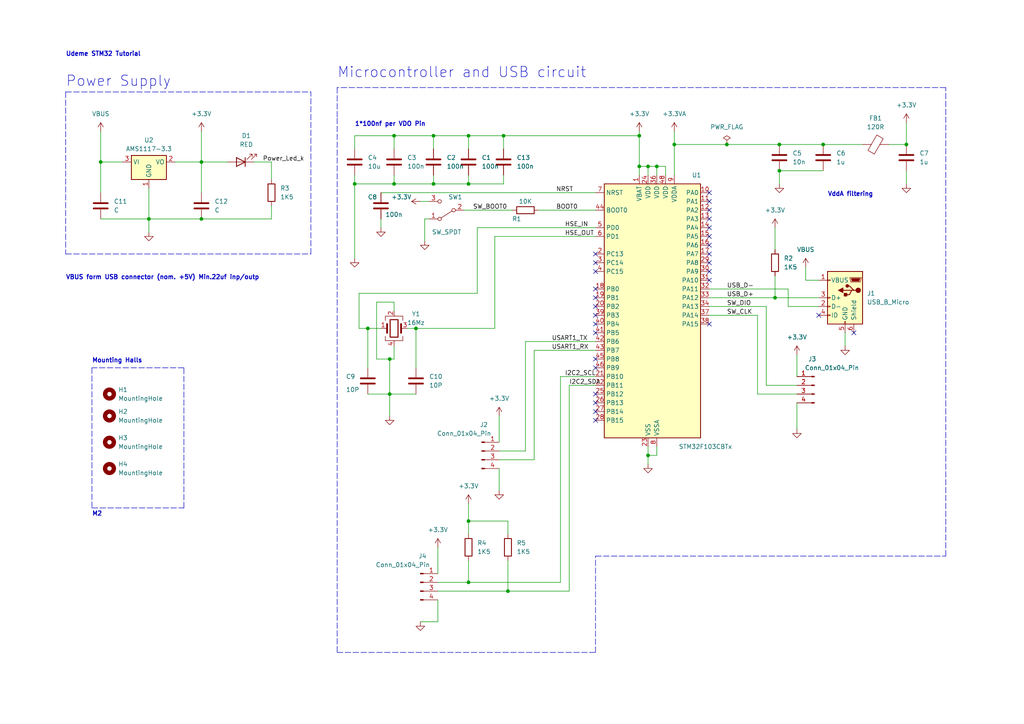
<source format=kicad_sch>
(kicad_sch (version 20230121) (generator eeschema)

  (uuid 9142e55d-bd79-44f9-8b09-75414b7b8d5c)

  (paper "A4")

  (title_block
    (title "Udeme STM 32 ")
    (date "2023-06-11")
    (rev "1.0")
  )

  (lib_symbols
    (symbol "Connector:Conn_01x04_Pin" (pin_names (offset 1.016) hide) (in_bom yes) (on_board yes)
      (property "Reference" "J" (at 0 5.08 0)
        (effects (font (size 1.27 1.27)))
      )
      (property "Value" "Conn_01x04_Pin" (at 0 -7.62 0)
        (effects (font (size 1.27 1.27)))
      )
      (property "Footprint" "" (at 0 0 0)
        (effects (font (size 1.27 1.27)) hide)
      )
      (property "Datasheet" "~" (at 0 0 0)
        (effects (font (size 1.27 1.27)) hide)
      )
      (property "ki_locked" "" (at 0 0 0)
        (effects (font (size 1.27 1.27)))
      )
      (property "ki_keywords" "connector" (at 0 0 0)
        (effects (font (size 1.27 1.27)) hide)
      )
      (property "ki_description" "Generic connector, single row, 01x04, script generated" (at 0 0 0)
        (effects (font (size 1.27 1.27)) hide)
      )
      (property "ki_fp_filters" "Connector*:*_1x??_*" (at 0 0 0)
        (effects (font (size 1.27 1.27)) hide)
      )
      (symbol "Conn_01x04_Pin_1_1"
        (polyline
          (pts
            (xy 1.27 -5.08)
            (xy 0.8636 -5.08)
          )
          (stroke (width 0.1524) (type default))
          (fill (type none))
        )
        (polyline
          (pts
            (xy 1.27 -2.54)
            (xy 0.8636 -2.54)
          )
          (stroke (width 0.1524) (type default))
          (fill (type none))
        )
        (polyline
          (pts
            (xy 1.27 0)
            (xy 0.8636 0)
          )
          (stroke (width 0.1524) (type default))
          (fill (type none))
        )
        (polyline
          (pts
            (xy 1.27 2.54)
            (xy 0.8636 2.54)
          )
          (stroke (width 0.1524) (type default))
          (fill (type none))
        )
        (rectangle (start 0.8636 -4.953) (end 0 -5.207)
          (stroke (width 0.1524) (type default))
          (fill (type outline))
        )
        (rectangle (start 0.8636 -2.413) (end 0 -2.667)
          (stroke (width 0.1524) (type default))
          (fill (type outline))
        )
        (rectangle (start 0.8636 0.127) (end 0 -0.127)
          (stroke (width 0.1524) (type default))
          (fill (type outline))
        )
        (rectangle (start 0.8636 2.667) (end 0 2.413)
          (stroke (width 0.1524) (type default))
          (fill (type outline))
        )
        (pin passive line (at 5.08 2.54 180) (length 3.81)
          (name "Pin_1" (effects (font (size 1.27 1.27))))
          (number "1" (effects (font (size 1.27 1.27))))
        )
        (pin passive line (at 5.08 0 180) (length 3.81)
          (name "Pin_2" (effects (font (size 1.27 1.27))))
          (number "2" (effects (font (size 1.27 1.27))))
        )
        (pin passive line (at 5.08 -2.54 180) (length 3.81)
          (name "Pin_3" (effects (font (size 1.27 1.27))))
          (number "3" (effects (font (size 1.27 1.27))))
        )
        (pin passive line (at 5.08 -5.08 180) (length 3.81)
          (name "Pin_4" (effects (font (size 1.27 1.27))))
          (number "4" (effects (font (size 1.27 1.27))))
        )
      )
    )
    (symbol "Connector:USB_B_Micro" (pin_names (offset 1.016)) (in_bom yes) (on_board yes)
      (property "Reference" "J" (at -5.08 11.43 0)
        (effects (font (size 1.27 1.27)) (justify left))
      )
      (property "Value" "USB_B_Micro" (at -5.08 8.89 0)
        (effects (font (size 1.27 1.27)) (justify left))
      )
      (property "Footprint" "" (at 3.81 -1.27 0)
        (effects (font (size 1.27 1.27)) hide)
      )
      (property "Datasheet" "~" (at 3.81 -1.27 0)
        (effects (font (size 1.27 1.27)) hide)
      )
      (property "ki_keywords" "connector USB micro" (at 0 0 0)
        (effects (font (size 1.27 1.27)) hide)
      )
      (property "ki_description" "USB Micro Type B connector" (at 0 0 0)
        (effects (font (size 1.27 1.27)) hide)
      )
      (property "ki_fp_filters" "USB*" (at 0 0 0)
        (effects (font (size 1.27 1.27)) hide)
      )
      (symbol "USB_B_Micro_0_1"
        (rectangle (start -5.08 -7.62) (end 5.08 7.62)
          (stroke (width 0.254) (type default))
          (fill (type background))
        )
        (circle (center -3.81 2.159) (radius 0.635)
          (stroke (width 0.254) (type default))
          (fill (type outline))
        )
        (circle (center -0.635 3.429) (radius 0.381)
          (stroke (width 0.254) (type default))
          (fill (type outline))
        )
        (rectangle (start -0.127 -7.62) (end 0.127 -6.858)
          (stroke (width 0) (type default))
          (fill (type none))
        )
        (polyline
          (pts
            (xy -1.905 2.159)
            (xy 0.635 2.159)
          )
          (stroke (width 0.254) (type default))
          (fill (type none))
        )
        (polyline
          (pts
            (xy -3.175 2.159)
            (xy -2.54 2.159)
            (xy -1.27 3.429)
            (xy -0.635 3.429)
          )
          (stroke (width 0.254) (type default))
          (fill (type none))
        )
        (polyline
          (pts
            (xy -2.54 2.159)
            (xy -1.905 2.159)
            (xy -1.27 0.889)
            (xy 0 0.889)
          )
          (stroke (width 0.254) (type default))
          (fill (type none))
        )
        (polyline
          (pts
            (xy 0.635 2.794)
            (xy 0.635 1.524)
            (xy 1.905 2.159)
            (xy 0.635 2.794)
          )
          (stroke (width 0.254) (type default))
          (fill (type outline))
        )
        (polyline
          (pts
            (xy -4.318 5.588)
            (xy -1.778 5.588)
            (xy -2.032 4.826)
            (xy -4.064 4.826)
            (xy -4.318 5.588)
          )
          (stroke (width 0) (type default))
          (fill (type outline))
        )
        (polyline
          (pts
            (xy -4.699 5.842)
            (xy -4.699 5.588)
            (xy -4.445 4.826)
            (xy -4.445 4.572)
            (xy -1.651 4.572)
            (xy -1.651 4.826)
            (xy -1.397 5.588)
            (xy -1.397 5.842)
            (xy -4.699 5.842)
          )
          (stroke (width 0) (type default))
          (fill (type none))
        )
        (rectangle (start 0.254 1.27) (end -0.508 0.508)
          (stroke (width 0.254) (type default))
          (fill (type outline))
        )
        (rectangle (start 5.08 -5.207) (end 4.318 -4.953)
          (stroke (width 0) (type default))
          (fill (type none))
        )
        (rectangle (start 5.08 -2.667) (end 4.318 -2.413)
          (stroke (width 0) (type default))
          (fill (type none))
        )
        (rectangle (start 5.08 -0.127) (end 4.318 0.127)
          (stroke (width 0) (type default))
          (fill (type none))
        )
        (rectangle (start 5.08 4.953) (end 4.318 5.207)
          (stroke (width 0) (type default))
          (fill (type none))
        )
      )
      (symbol "USB_B_Micro_1_1"
        (pin power_out line (at 7.62 5.08 180) (length 2.54)
          (name "VBUS" (effects (font (size 1.27 1.27))))
          (number "1" (effects (font (size 1.27 1.27))))
        )
        (pin bidirectional line (at 7.62 -2.54 180) (length 2.54)
          (name "D-" (effects (font (size 1.27 1.27))))
          (number "2" (effects (font (size 1.27 1.27))))
        )
        (pin bidirectional line (at 7.62 0 180) (length 2.54)
          (name "D+" (effects (font (size 1.27 1.27))))
          (number "3" (effects (font (size 1.27 1.27))))
        )
        (pin passive line (at 7.62 -5.08 180) (length 2.54)
          (name "ID" (effects (font (size 1.27 1.27))))
          (number "4" (effects (font (size 1.27 1.27))))
        )
        (pin power_out line (at 0 -10.16 90) (length 2.54)
          (name "GND" (effects (font (size 1.27 1.27))))
          (number "5" (effects (font (size 1.27 1.27))))
        )
        (pin passive line (at -2.54 -10.16 90) (length 2.54)
          (name "Shield" (effects (font (size 1.27 1.27))))
          (number "6" (effects (font (size 1.27 1.27))))
        )
      )
    )
    (symbol "Device:C" (pin_numbers hide) (pin_names (offset 0.254)) (in_bom yes) (on_board yes)
      (property "Reference" "C" (at 0.635 2.54 0)
        (effects (font (size 1.27 1.27)) (justify left))
      )
      (property "Value" "C" (at 0.635 -2.54 0)
        (effects (font (size 1.27 1.27)) (justify left))
      )
      (property "Footprint" "" (at 0.9652 -3.81 0)
        (effects (font (size 1.27 1.27)) hide)
      )
      (property "Datasheet" "~" (at 0 0 0)
        (effects (font (size 1.27 1.27)) hide)
      )
      (property "ki_keywords" "cap capacitor" (at 0 0 0)
        (effects (font (size 1.27 1.27)) hide)
      )
      (property "ki_description" "Unpolarized capacitor" (at 0 0 0)
        (effects (font (size 1.27 1.27)) hide)
      )
      (property "ki_fp_filters" "C_*" (at 0 0 0)
        (effects (font (size 1.27 1.27)) hide)
      )
      (symbol "C_0_1"
        (polyline
          (pts
            (xy -2.032 -0.762)
            (xy 2.032 -0.762)
          )
          (stroke (width 0.508) (type default))
          (fill (type none))
        )
        (polyline
          (pts
            (xy -2.032 0.762)
            (xy 2.032 0.762)
          )
          (stroke (width 0.508) (type default))
          (fill (type none))
        )
      )
      (symbol "C_1_1"
        (pin passive line (at 0 3.81 270) (length 2.794)
          (name "~" (effects (font (size 1.27 1.27))))
          (number "1" (effects (font (size 1.27 1.27))))
        )
        (pin passive line (at 0 -3.81 90) (length 2.794)
          (name "~" (effects (font (size 1.27 1.27))))
          (number "2" (effects (font (size 1.27 1.27))))
        )
      )
    )
    (symbol "Device:Crystal_GND24" (pin_names (offset 1.016) hide) (in_bom yes) (on_board yes)
      (property "Reference" "Y" (at 3.175 5.08 0)
        (effects (font (size 1.27 1.27)) (justify left))
      )
      (property "Value" "Crystal_GND24" (at 3.175 3.175 0)
        (effects (font (size 1.27 1.27)) (justify left))
      )
      (property "Footprint" "" (at 0 0 0)
        (effects (font (size 1.27 1.27)) hide)
      )
      (property "Datasheet" "~" (at 0 0 0)
        (effects (font (size 1.27 1.27)) hide)
      )
      (property "ki_keywords" "quartz ceramic resonator oscillator" (at 0 0 0)
        (effects (font (size 1.27 1.27)) hide)
      )
      (property "ki_description" "Four pin crystal, GND on pins 2 and 4" (at 0 0 0)
        (effects (font (size 1.27 1.27)) hide)
      )
      (property "ki_fp_filters" "Crystal*" (at 0 0 0)
        (effects (font (size 1.27 1.27)) hide)
      )
      (symbol "Crystal_GND24_0_1"
        (rectangle (start -1.143 2.54) (end 1.143 -2.54)
          (stroke (width 0.3048) (type default))
          (fill (type none))
        )
        (polyline
          (pts
            (xy -2.54 0)
            (xy -2.032 0)
          )
          (stroke (width 0) (type default))
          (fill (type none))
        )
        (polyline
          (pts
            (xy -2.032 -1.27)
            (xy -2.032 1.27)
          )
          (stroke (width 0.508) (type default))
          (fill (type none))
        )
        (polyline
          (pts
            (xy 0 -3.81)
            (xy 0 -3.556)
          )
          (stroke (width 0) (type default))
          (fill (type none))
        )
        (polyline
          (pts
            (xy 0 3.556)
            (xy 0 3.81)
          )
          (stroke (width 0) (type default))
          (fill (type none))
        )
        (polyline
          (pts
            (xy 2.032 -1.27)
            (xy 2.032 1.27)
          )
          (stroke (width 0.508) (type default))
          (fill (type none))
        )
        (polyline
          (pts
            (xy 2.032 0)
            (xy 2.54 0)
          )
          (stroke (width 0) (type default))
          (fill (type none))
        )
        (polyline
          (pts
            (xy -2.54 -2.286)
            (xy -2.54 -3.556)
            (xy 2.54 -3.556)
            (xy 2.54 -2.286)
          )
          (stroke (width 0) (type default))
          (fill (type none))
        )
        (polyline
          (pts
            (xy -2.54 2.286)
            (xy -2.54 3.556)
            (xy 2.54 3.556)
            (xy 2.54 2.286)
          )
          (stroke (width 0) (type default))
          (fill (type none))
        )
      )
      (symbol "Crystal_GND24_1_1"
        (pin passive line (at -3.81 0 0) (length 1.27)
          (name "1" (effects (font (size 1.27 1.27))))
          (number "1" (effects (font (size 1.27 1.27))))
        )
        (pin passive line (at 0 5.08 270) (length 1.27)
          (name "2" (effects (font (size 1.27 1.27))))
          (number "2" (effects (font (size 1.27 1.27))))
        )
        (pin passive line (at 3.81 0 180) (length 1.27)
          (name "3" (effects (font (size 1.27 1.27))))
          (number "3" (effects (font (size 1.27 1.27))))
        )
        (pin passive line (at 0 -5.08 90) (length 1.27)
          (name "4" (effects (font (size 1.27 1.27))))
          (number "4" (effects (font (size 1.27 1.27))))
        )
      )
    )
    (symbol "Device:FerriteBead" (pin_numbers hide) (pin_names (offset 0)) (in_bom yes) (on_board yes)
      (property "Reference" "FB" (at -3.81 0.635 90)
        (effects (font (size 1.27 1.27)))
      )
      (property "Value" "FerriteBead" (at 3.81 0 90)
        (effects (font (size 1.27 1.27)))
      )
      (property "Footprint" "" (at -1.778 0 90)
        (effects (font (size 1.27 1.27)) hide)
      )
      (property "Datasheet" "~" (at 0 0 0)
        (effects (font (size 1.27 1.27)) hide)
      )
      (property "ki_keywords" "L ferrite bead inductor filter" (at 0 0 0)
        (effects (font (size 1.27 1.27)) hide)
      )
      (property "ki_description" "Ferrite bead" (at 0 0 0)
        (effects (font (size 1.27 1.27)) hide)
      )
      (property "ki_fp_filters" "Inductor_* L_* *Ferrite*" (at 0 0 0)
        (effects (font (size 1.27 1.27)) hide)
      )
      (symbol "FerriteBead_0_1"
        (polyline
          (pts
            (xy 0 -1.27)
            (xy 0 -1.2192)
          )
          (stroke (width 0) (type default))
          (fill (type none))
        )
        (polyline
          (pts
            (xy 0 1.27)
            (xy 0 1.2954)
          )
          (stroke (width 0) (type default))
          (fill (type none))
        )
        (polyline
          (pts
            (xy -2.7686 0.4064)
            (xy -1.7018 2.2606)
            (xy 2.7686 -0.3048)
            (xy 1.6764 -2.159)
            (xy -2.7686 0.4064)
          )
          (stroke (width 0) (type default))
          (fill (type none))
        )
      )
      (symbol "FerriteBead_1_1"
        (pin passive line (at 0 3.81 270) (length 2.54)
          (name "~" (effects (font (size 1.27 1.27))))
          (number "1" (effects (font (size 1.27 1.27))))
        )
        (pin passive line (at 0 -3.81 90) (length 2.54)
          (name "~" (effects (font (size 1.27 1.27))))
          (number "2" (effects (font (size 1.27 1.27))))
        )
      )
    )
    (symbol "Device:LED" (pin_numbers hide) (pin_names (offset 1.016) hide) (in_bom yes) (on_board yes)
      (property "Reference" "D" (at 0 2.54 0)
        (effects (font (size 1.27 1.27)))
      )
      (property "Value" "LED" (at 0 -2.54 0)
        (effects (font (size 1.27 1.27)))
      )
      (property "Footprint" "" (at 0 0 0)
        (effects (font (size 1.27 1.27)) hide)
      )
      (property "Datasheet" "~" (at 0 0 0)
        (effects (font (size 1.27 1.27)) hide)
      )
      (property "ki_keywords" "LED diode" (at 0 0 0)
        (effects (font (size 1.27 1.27)) hide)
      )
      (property "ki_description" "Light emitting diode" (at 0 0 0)
        (effects (font (size 1.27 1.27)) hide)
      )
      (property "ki_fp_filters" "LED* LED_SMD:* LED_THT:*" (at 0 0 0)
        (effects (font (size 1.27 1.27)) hide)
      )
      (symbol "LED_0_1"
        (polyline
          (pts
            (xy -1.27 -1.27)
            (xy -1.27 1.27)
          )
          (stroke (width 0.254) (type default))
          (fill (type none))
        )
        (polyline
          (pts
            (xy -1.27 0)
            (xy 1.27 0)
          )
          (stroke (width 0) (type default))
          (fill (type none))
        )
        (polyline
          (pts
            (xy 1.27 -1.27)
            (xy 1.27 1.27)
            (xy -1.27 0)
            (xy 1.27 -1.27)
          )
          (stroke (width 0.254) (type default))
          (fill (type none))
        )
        (polyline
          (pts
            (xy -3.048 -0.762)
            (xy -4.572 -2.286)
            (xy -3.81 -2.286)
            (xy -4.572 -2.286)
            (xy -4.572 -1.524)
          )
          (stroke (width 0) (type default))
          (fill (type none))
        )
        (polyline
          (pts
            (xy -1.778 -0.762)
            (xy -3.302 -2.286)
            (xy -2.54 -2.286)
            (xy -3.302 -2.286)
            (xy -3.302 -1.524)
          )
          (stroke (width 0) (type default))
          (fill (type none))
        )
      )
      (symbol "LED_1_1"
        (pin passive line (at -3.81 0 0) (length 2.54)
          (name "K" (effects (font (size 1.27 1.27))))
          (number "1" (effects (font (size 1.27 1.27))))
        )
        (pin passive line (at 3.81 0 180) (length 2.54)
          (name "A" (effects (font (size 1.27 1.27))))
          (number "2" (effects (font (size 1.27 1.27))))
        )
      )
    )
    (symbol "Device:R" (pin_numbers hide) (pin_names (offset 0)) (in_bom yes) (on_board yes)
      (property "Reference" "R" (at 2.032 0 90)
        (effects (font (size 1.27 1.27)))
      )
      (property "Value" "R" (at 0 0 90)
        (effects (font (size 1.27 1.27)))
      )
      (property "Footprint" "" (at -1.778 0 90)
        (effects (font (size 1.27 1.27)) hide)
      )
      (property "Datasheet" "~" (at 0 0 0)
        (effects (font (size 1.27 1.27)) hide)
      )
      (property "ki_keywords" "R res resistor" (at 0 0 0)
        (effects (font (size 1.27 1.27)) hide)
      )
      (property "ki_description" "Resistor" (at 0 0 0)
        (effects (font (size 1.27 1.27)) hide)
      )
      (property "ki_fp_filters" "R_*" (at 0 0 0)
        (effects (font (size 1.27 1.27)) hide)
      )
      (symbol "R_0_1"
        (rectangle (start -1.016 -2.54) (end 1.016 2.54)
          (stroke (width 0.254) (type default))
          (fill (type none))
        )
      )
      (symbol "R_1_1"
        (pin passive line (at 0 3.81 270) (length 1.27)
          (name "~" (effects (font (size 1.27 1.27))))
          (number "1" (effects (font (size 1.27 1.27))))
        )
        (pin passive line (at 0 -3.81 90) (length 1.27)
          (name "~" (effects (font (size 1.27 1.27))))
          (number "2" (effects (font (size 1.27 1.27))))
        )
      )
    )
    (symbol "MCU_ST_STM32F1:STM32F103CBTx" (in_bom yes) (on_board yes)
      (property "Reference" "U" (at -12.7 39.37 0)
        (effects (font (size 1.27 1.27)) (justify left))
      )
      (property "Value" "STM32F103CBTx" (at 10.16 39.37 0)
        (effects (font (size 1.27 1.27)) (justify left))
      )
      (property "Footprint" "Package_QFP:LQFP-48_7x7mm_P0.5mm" (at -12.7 -35.56 0)
        (effects (font (size 1.27 1.27)) (justify right) hide)
      )
      (property "Datasheet" "https://www.st.com/resource/en/datasheet/stm32f103cb.pdf" (at 0 0 0)
        (effects (font (size 1.27 1.27)) hide)
      )
      (property "ki_locked" "" (at 0 0 0)
        (effects (font (size 1.27 1.27)))
      )
      (property "ki_keywords" "Arm Cortex-M3 STM32F1 STM32F103" (at 0 0 0)
        (effects (font (size 1.27 1.27)) hide)
      )
      (property "ki_description" "STMicroelectronics Arm Cortex-M3 MCU, 128KB flash, 20KB RAM, 72 MHz, 2.0-3.6V, 37 GPIO, LQFP48" (at 0 0 0)
        (effects (font (size 1.27 1.27)) hide)
      )
      (property "ki_fp_filters" "LQFP*7x7mm*P0.5mm*" (at 0 0 0)
        (effects (font (size 1.27 1.27)) hide)
      )
      (symbol "STM32F103CBTx_0_1"
        (rectangle (start -12.7 -35.56) (end 15.24 38.1)
          (stroke (width 0.254) (type default))
          (fill (type background))
        )
      )
      (symbol "STM32F103CBTx_1_1"
        (pin power_in line (at -2.54 40.64 270) (length 2.54)
          (name "VBAT" (effects (font (size 1.27 1.27))))
          (number "1" (effects (font (size 1.27 1.27))))
        )
        (pin bidirectional line (at 17.78 35.56 180) (length 2.54)
          (name "PA0" (effects (font (size 1.27 1.27))))
          (number "10" (effects (font (size 1.27 1.27))))
          (alternate "ADC1_IN0" bidirectional line)
          (alternate "ADC2_IN0" bidirectional line)
          (alternate "SYS_WKUP" bidirectional line)
          (alternate "TIM2_CH1" bidirectional line)
          (alternate "TIM2_ETR" bidirectional line)
          (alternate "USART2_CTS" bidirectional line)
        )
        (pin bidirectional line (at 17.78 33.02 180) (length 2.54)
          (name "PA1" (effects (font (size 1.27 1.27))))
          (number "11" (effects (font (size 1.27 1.27))))
          (alternate "ADC1_IN1" bidirectional line)
          (alternate "ADC2_IN1" bidirectional line)
          (alternate "TIM2_CH2" bidirectional line)
          (alternate "USART2_RTS" bidirectional line)
        )
        (pin bidirectional line (at 17.78 30.48 180) (length 2.54)
          (name "PA2" (effects (font (size 1.27 1.27))))
          (number "12" (effects (font (size 1.27 1.27))))
          (alternate "ADC1_IN2" bidirectional line)
          (alternate "ADC2_IN2" bidirectional line)
          (alternate "TIM2_CH3" bidirectional line)
          (alternate "USART2_TX" bidirectional line)
        )
        (pin bidirectional line (at 17.78 27.94 180) (length 2.54)
          (name "PA3" (effects (font (size 1.27 1.27))))
          (number "13" (effects (font (size 1.27 1.27))))
          (alternate "ADC1_IN3" bidirectional line)
          (alternate "ADC2_IN3" bidirectional line)
          (alternate "TIM2_CH4" bidirectional line)
          (alternate "USART2_RX" bidirectional line)
        )
        (pin bidirectional line (at 17.78 25.4 180) (length 2.54)
          (name "PA4" (effects (font (size 1.27 1.27))))
          (number "14" (effects (font (size 1.27 1.27))))
          (alternate "ADC1_IN4" bidirectional line)
          (alternate "ADC2_IN4" bidirectional line)
          (alternate "SPI1_NSS" bidirectional line)
          (alternate "USART2_CK" bidirectional line)
        )
        (pin bidirectional line (at 17.78 22.86 180) (length 2.54)
          (name "PA5" (effects (font (size 1.27 1.27))))
          (number "15" (effects (font (size 1.27 1.27))))
          (alternate "ADC1_IN5" bidirectional line)
          (alternate "ADC2_IN5" bidirectional line)
          (alternate "SPI1_SCK" bidirectional line)
        )
        (pin bidirectional line (at 17.78 20.32 180) (length 2.54)
          (name "PA6" (effects (font (size 1.27 1.27))))
          (number "16" (effects (font (size 1.27 1.27))))
          (alternate "ADC1_IN6" bidirectional line)
          (alternate "ADC2_IN6" bidirectional line)
          (alternate "SPI1_MISO" bidirectional line)
          (alternate "TIM1_BKIN" bidirectional line)
          (alternate "TIM3_CH1" bidirectional line)
        )
        (pin bidirectional line (at 17.78 17.78 180) (length 2.54)
          (name "PA7" (effects (font (size 1.27 1.27))))
          (number "17" (effects (font (size 1.27 1.27))))
          (alternate "ADC1_IN7" bidirectional line)
          (alternate "ADC2_IN7" bidirectional line)
          (alternate "SPI1_MOSI" bidirectional line)
          (alternate "TIM1_CH1N" bidirectional line)
          (alternate "TIM3_CH2" bidirectional line)
        )
        (pin bidirectional line (at -15.24 7.62 0) (length 2.54)
          (name "PB0" (effects (font (size 1.27 1.27))))
          (number "18" (effects (font (size 1.27 1.27))))
          (alternate "ADC1_IN8" bidirectional line)
          (alternate "ADC2_IN8" bidirectional line)
          (alternate "TIM1_CH2N" bidirectional line)
          (alternate "TIM3_CH3" bidirectional line)
        )
        (pin bidirectional line (at -15.24 5.08 0) (length 2.54)
          (name "PB1" (effects (font (size 1.27 1.27))))
          (number "19" (effects (font (size 1.27 1.27))))
          (alternate "ADC1_IN9" bidirectional line)
          (alternate "ADC2_IN9" bidirectional line)
          (alternate "TIM1_CH3N" bidirectional line)
          (alternate "TIM3_CH4" bidirectional line)
        )
        (pin bidirectional line (at -15.24 17.78 0) (length 2.54)
          (name "PC13" (effects (font (size 1.27 1.27))))
          (number "2" (effects (font (size 1.27 1.27))))
          (alternate "RTC_OUT" bidirectional line)
          (alternate "RTC_TAMPER" bidirectional line)
        )
        (pin bidirectional line (at -15.24 2.54 0) (length 2.54)
          (name "PB2" (effects (font (size 1.27 1.27))))
          (number "20" (effects (font (size 1.27 1.27))))
        )
        (pin bidirectional line (at -15.24 -17.78 0) (length 2.54)
          (name "PB10" (effects (font (size 1.27 1.27))))
          (number "21" (effects (font (size 1.27 1.27))))
          (alternate "I2C2_SCL" bidirectional line)
          (alternate "TIM2_CH3" bidirectional line)
          (alternate "USART3_TX" bidirectional line)
        )
        (pin bidirectional line (at -15.24 -20.32 0) (length 2.54)
          (name "PB11" (effects (font (size 1.27 1.27))))
          (number "22" (effects (font (size 1.27 1.27))))
          (alternate "ADC1_EXTI11" bidirectional line)
          (alternate "ADC2_EXTI11" bidirectional line)
          (alternate "I2C2_SDA" bidirectional line)
          (alternate "TIM2_CH4" bidirectional line)
          (alternate "USART3_RX" bidirectional line)
        )
        (pin power_in line (at 0 -38.1 90) (length 2.54)
          (name "VSS" (effects (font (size 1.27 1.27))))
          (number "23" (effects (font (size 1.27 1.27))))
        )
        (pin power_in line (at 0 40.64 270) (length 2.54)
          (name "VDD" (effects (font (size 1.27 1.27))))
          (number "24" (effects (font (size 1.27 1.27))))
        )
        (pin bidirectional line (at -15.24 -22.86 0) (length 2.54)
          (name "PB12" (effects (font (size 1.27 1.27))))
          (number "25" (effects (font (size 1.27 1.27))))
          (alternate "I2C2_SMBA" bidirectional line)
          (alternate "SPI2_NSS" bidirectional line)
          (alternate "TIM1_BKIN" bidirectional line)
          (alternate "USART3_CK" bidirectional line)
        )
        (pin bidirectional line (at -15.24 -25.4 0) (length 2.54)
          (name "PB13" (effects (font (size 1.27 1.27))))
          (number "26" (effects (font (size 1.27 1.27))))
          (alternate "SPI2_SCK" bidirectional line)
          (alternate "TIM1_CH1N" bidirectional line)
          (alternate "USART3_CTS" bidirectional line)
        )
        (pin bidirectional line (at -15.24 -27.94 0) (length 2.54)
          (name "PB14" (effects (font (size 1.27 1.27))))
          (number "27" (effects (font (size 1.27 1.27))))
          (alternate "SPI2_MISO" bidirectional line)
          (alternate "TIM1_CH2N" bidirectional line)
          (alternate "USART3_RTS" bidirectional line)
        )
        (pin bidirectional line (at -15.24 -30.48 0) (length 2.54)
          (name "PB15" (effects (font (size 1.27 1.27))))
          (number "28" (effects (font (size 1.27 1.27))))
          (alternate "ADC1_EXTI15" bidirectional line)
          (alternate "ADC2_EXTI15" bidirectional line)
          (alternate "SPI2_MOSI" bidirectional line)
          (alternate "TIM1_CH3N" bidirectional line)
        )
        (pin bidirectional line (at 17.78 15.24 180) (length 2.54)
          (name "PA8" (effects (font (size 1.27 1.27))))
          (number "29" (effects (font (size 1.27 1.27))))
          (alternate "RCC_MCO" bidirectional line)
          (alternate "TIM1_CH1" bidirectional line)
          (alternate "USART1_CK" bidirectional line)
        )
        (pin bidirectional line (at -15.24 15.24 0) (length 2.54)
          (name "PC14" (effects (font (size 1.27 1.27))))
          (number "3" (effects (font (size 1.27 1.27))))
          (alternate "RCC_OSC32_IN" bidirectional line)
        )
        (pin bidirectional line (at 17.78 12.7 180) (length 2.54)
          (name "PA9" (effects (font (size 1.27 1.27))))
          (number "30" (effects (font (size 1.27 1.27))))
          (alternate "TIM1_CH2" bidirectional line)
          (alternate "USART1_TX" bidirectional line)
        )
        (pin bidirectional line (at 17.78 10.16 180) (length 2.54)
          (name "PA10" (effects (font (size 1.27 1.27))))
          (number "31" (effects (font (size 1.27 1.27))))
          (alternate "TIM1_CH3" bidirectional line)
          (alternate "USART1_RX" bidirectional line)
        )
        (pin bidirectional line (at 17.78 7.62 180) (length 2.54)
          (name "PA11" (effects (font (size 1.27 1.27))))
          (number "32" (effects (font (size 1.27 1.27))))
          (alternate "ADC1_EXTI11" bidirectional line)
          (alternate "ADC2_EXTI11" bidirectional line)
          (alternate "CAN_RX" bidirectional line)
          (alternate "TIM1_CH4" bidirectional line)
          (alternate "USART1_CTS" bidirectional line)
          (alternate "USB_DM" bidirectional line)
        )
        (pin bidirectional line (at 17.78 5.08 180) (length 2.54)
          (name "PA12" (effects (font (size 1.27 1.27))))
          (number "33" (effects (font (size 1.27 1.27))))
          (alternate "CAN_TX" bidirectional line)
          (alternate "TIM1_ETR" bidirectional line)
          (alternate "USART1_RTS" bidirectional line)
          (alternate "USB_DP" bidirectional line)
        )
        (pin bidirectional line (at 17.78 2.54 180) (length 2.54)
          (name "PA13" (effects (font (size 1.27 1.27))))
          (number "34" (effects (font (size 1.27 1.27))))
          (alternate "SYS_JTMS-SWDIO" bidirectional line)
        )
        (pin passive line (at 0 -38.1 90) (length 2.54) hide
          (name "VSS" (effects (font (size 1.27 1.27))))
          (number "35" (effects (font (size 1.27 1.27))))
        )
        (pin power_in line (at 2.54 40.64 270) (length 2.54)
          (name "VDD" (effects (font (size 1.27 1.27))))
          (number "36" (effects (font (size 1.27 1.27))))
        )
        (pin bidirectional line (at 17.78 0 180) (length 2.54)
          (name "PA14" (effects (font (size 1.27 1.27))))
          (number "37" (effects (font (size 1.27 1.27))))
          (alternate "SYS_JTCK-SWCLK" bidirectional line)
        )
        (pin bidirectional line (at 17.78 -2.54 180) (length 2.54)
          (name "PA15" (effects (font (size 1.27 1.27))))
          (number "38" (effects (font (size 1.27 1.27))))
          (alternate "ADC1_EXTI15" bidirectional line)
          (alternate "ADC2_EXTI15" bidirectional line)
          (alternate "SPI1_NSS" bidirectional line)
          (alternate "SYS_JTDI" bidirectional line)
          (alternate "TIM2_CH1" bidirectional line)
          (alternate "TIM2_ETR" bidirectional line)
        )
        (pin bidirectional line (at -15.24 0 0) (length 2.54)
          (name "PB3" (effects (font (size 1.27 1.27))))
          (number "39" (effects (font (size 1.27 1.27))))
          (alternate "SPI1_SCK" bidirectional line)
          (alternate "SYS_JTDO-TRACESWO" bidirectional line)
          (alternate "TIM2_CH2" bidirectional line)
        )
        (pin bidirectional line (at -15.24 12.7 0) (length 2.54)
          (name "PC15" (effects (font (size 1.27 1.27))))
          (number "4" (effects (font (size 1.27 1.27))))
          (alternate "ADC1_EXTI15" bidirectional line)
          (alternate "ADC2_EXTI15" bidirectional line)
          (alternate "RCC_OSC32_OUT" bidirectional line)
        )
        (pin bidirectional line (at -15.24 -2.54 0) (length 2.54)
          (name "PB4" (effects (font (size 1.27 1.27))))
          (number "40" (effects (font (size 1.27 1.27))))
          (alternate "SPI1_MISO" bidirectional line)
          (alternate "SYS_NJTRST" bidirectional line)
          (alternate "TIM3_CH1" bidirectional line)
        )
        (pin bidirectional line (at -15.24 -5.08 0) (length 2.54)
          (name "PB5" (effects (font (size 1.27 1.27))))
          (number "41" (effects (font (size 1.27 1.27))))
          (alternate "I2C1_SMBA" bidirectional line)
          (alternate "SPI1_MOSI" bidirectional line)
          (alternate "TIM3_CH2" bidirectional line)
        )
        (pin bidirectional line (at -15.24 -7.62 0) (length 2.54)
          (name "PB6" (effects (font (size 1.27 1.27))))
          (number "42" (effects (font (size 1.27 1.27))))
          (alternate "I2C1_SCL" bidirectional line)
          (alternate "TIM4_CH1" bidirectional line)
          (alternate "USART1_TX" bidirectional line)
        )
        (pin bidirectional line (at -15.24 -10.16 0) (length 2.54)
          (name "PB7" (effects (font (size 1.27 1.27))))
          (number "43" (effects (font (size 1.27 1.27))))
          (alternate "I2C1_SDA" bidirectional line)
          (alternate "TIM4_CH2" bidirectional line)
          (alternate "USART1_RX" bidirectional line)
        )
        (pin input line (at -15.24 30.48 0) (length 2.54)
          (name "BOOT0" (effects (font (size 1.27 1.27))))
          (number "44" (effects (font (size 1.27 1.27))))
        )
        (pin bidirectional line (at -15.24 -12.7 0) (length 2.54)
          (name "PB8" (effects (font (size 1.27 1.27))))
          (number "45" (effects (font (size 1.27 1.27))))
          (alternate "CAN_RX" bidirectional line)
          (alternate "I2C1_SCL" bidirectional line)
          (alternate "TIM4_CH3" bidirectional line)
        )
        (pin bidirectional line (at -15.24 -15.24 0) (length 2.54)
          (name "PB9" (effects (font (size 1.27 1.27))))
          (number "46" (effects (font (size 1.27 1.27))))
          (alternate "CAN_TX" bidirectional line)
          (alternate "I2C1_SDA" bidirectional line)
          (alternate "TIM4_CH4" bidirectional line)
        )
        (pin passive line (at 0 -38.1 90) (length 2.54) hide
          (name "VSS" (effects (font (size 1.27 1.27))))
          (number "47" (effects (font (size 1.27 1.27))))
        )
        (pin power_in line (at 5.08 40.64 270) (length 2.54)
          (name "VDD" (effects (font (size 1.27 1.27))))
          (number "48" (effects (font (size 1.27 1.27))))
        )
        (pin bidirectional line (at -15.24 25.4 0) (length 2.54)
          (name "PD0" (effects (font (size 1.27 1.27))))
          (number "5" (effects (font (size 1.27 1.27))))
          (alternate "RCC_OSC_IN" bidirectional line)
        )
        (pin bidirectional line (at -15.24 22.86 0) (length 2.54)
          (name "PD1" (effects (font (size 1.27 1.27))))
          (number "6" (effects (font (size 1.27 1.27))))
          (alternate "RCC_OSC_OUT" bidirectional line)
        )
        (pin input line (at -15.24 35.56 0) (length 2.54)
          (name "NRST" (effects (font (size 1.27 1.27))))
          (number "7" (effects (font (size 1.27 1.27))))
        )
        (pin power_in line (at 2.54 -38.1 90) (length 2.54)
          (name "VSSA" (effects (font (size 1.27 1.27))))
          (number "8" (effects (font (size 1.27 1.27))))
        )
        (pin power_in line (at 7.62 40.64 270) (length 2.54)
          (name "VDDA" (effects (font (size 1.27 1.27))))
          (number "9" (effects (font (size 1.27 1.27))))
        )
      )
    )
    (symbol "Mechanical:MountingHole" (pin_names (offset 1.016)) (in_bom yes) (on_board yes)
      (property "Reference" "H" (at 0 5.08 0)
        (effects (font (size 1.27 1.27)))
      )
      (property "Value" "MountingHole" (at 0 3.175 0)
        (effects (font (size 1.27 1.27)))
      )
      (property "Footprint" "" (at 0 0 0)
        (effects (font (size 1.27 1.27)) hide)
      )
      (property "Datasheet" "~" (at 0 0 0)
        (effects (font (size 1.27 1.27)) hide)
      )
      (property "ki_keywords" "mounting hole" (at 0 0 0)
        (effects (font (size 1.27 1.27)) hide)
      )
      (property "ki_description" "Mounting Hole without connection" (at 0 0 0)
        (effects (font (size 1.27 1.27)) hide)
      )
      (property "ki_fp_filters" "MountingHole*" (at 0 0 0)
        (effects (font (size 1.27 1.27)) hide)
      )
      (symbol "MountingHole_0_1"
        (circle (center 0 0) (radius 1.27)
          (stroke (width 1.27) (type default))
          (fill (type none))
        )
      )
    )
    (symbol "Regulator_Linear:AMS1117-3.3" (in_bom yes) (on_board yes)
      (property "Reference" "U" (at -3.81 3.175 0)
        (effects (font (size 1.27 1.27)))
      )
      (property "Value" "AMS1117-3.3" (at 0 3.175 0)
        (effects (font (size 1.27 1.27)) (justify left))
      )
      (property "Footprint" "Package_TO_SOT_SMD:SOT-223-3_TabPin2" (at 0 5.08 0)
        (effects (font (size 1.27 1.27)) hide)
      )
      (property "Datasheet" "http://www.advanced-monolithic.com/pdf/ds1117.pdf" (at 2.54 -6.35 0)
        (effects (font (size 1.27 1.27)) hide)
      )
      (property "ki_keywords" "linear regulator ldo fixed positive" (at 0 0 0)
        (effects (font (size 1.27 1.27)) hide)
      )
      (property "ki_description" "1A Low Dropout regulator, positive, 3.3V fixed output, SOT-223" (at 0 0 0)
        (effects (font (size 1.27 1.27)) hide)
      )
      (property "ki_fp_filters" "SOT?223*TabPin2*" (at 0 0 0)
        (effects (font (size 1.27 1.27)) hide)
      )
      (symbol "AMS1117-3.3_0_1"
        (rectangle (start -5.08 -5.08) (end 5.08 1.905)
          (stroke (width 0.254) (type default))
          (fill (type background))
        )
      )
      (symbol "AMS1117-3.3_1_1"
        (pin power_in line (at 0 -7.62 90) (length 2.54)
          (name "GND" (effects (font (size 1.27 1.27))))
          (number "1" (effects (font (size 1.27 1.27))))
        )
        (pin power_out line (at 7.62 0 180) (length 2.54)
          (name "VO" (effects (font (size 1.27 1.27))))
          (number "2" (effects (font (size 1.27 1.27))))
        )
        (pin power_in line (at -7.62 0 0) (length 2.54)
          (name "VI" (effects (font (size 1.27 1.27))))
          (number "3" (effects (font (size 1.27 1.27))))
        )
      )
    )
    (symbol "Switch:SW_SPDT" (pin_names (offset 0) hide) (in_bom yes) (on_board yes)
      (property "Reference" "SW" (at 0 4.318 0)
        (effects (font (size 1.27 1.27)))
      )
      (property "Value" "SW_SPDT" (at 0 -5.08 0)
        (effects (font (size 1.27 1.27)))
      )
      (property "Footprint" "" (at 0 0 0)
        (effects (font (size 1.27 1.27)) hide)
      )
      (property "Datasheet" "~" (at 0 0 0)
        (effects (font (size 1.27 1.27)) hide)
      )
      (property "ki_keywords" "switch single-pole double-throw spdt ON-ON" (at 0 0 0)
        (effects (font (size 1.27 1.27)) hide)
      )
      (property "ki_description" "Switch, single pole double throw" (at 0 0 0)
        (effects (font (size 1.27 1.27)) hide)
      )
      (symbol "SW_SPDT_0_0"
        (circle (center -2.032 0) (radius 0.508)
          (stroke (width 0) (type default))
          (fill (type none))
        )
        (circle (center 2.032 -2.54) (radius 0.508)
          (stroke (width 0) (type default))
          (fill (type none))
        )
      )
      (symbol "SW_SPDT_0_1"
        (polyline
          (pts
            (xy -1.524 0.254)
            (xy 1.651 2.286)
          )
          (stroke (width 0) (type default))
          (fill (type none))
        )
        (circle (center 2.032 2.54) (radius 0.508)
          (stroke (width 0) (type default))
          (fill (type none))
        )
      )
      (symbol "SW_SPDT_1_1"
        (pin passive line (at 5.08 2.54 180) (length 2.54)
          (name "A" (effects (font (size 1.27 1.27))))
          (number "1" (effects (font (size 1.27 1.27))))
        )
        (pin passive line (at -5.08 0 0) (length 2.54)
          (name "B" (effects (font (size 1.27 1.27))))
          (number "2" (effects (font (size 1.27 1.27))))
        )
        (pin passive line (at 5.08 -2.54 180) (length 2.54)
          (name "C" (effects (font (size 1.27 1.27))))
          (number "3" (effects (font (size 1.27 1.27))))
        )
      )
    )
    (symbol "power:+3.3V" (power) (pin_names (offset 0)) (in_bom yes) (on_board yes)
      (property "Reference" "#PWR" (at 0 -3.81 0)
        (effects (font (size 1.27 1.27)) hide)
      )
      (property "Value" "+3.3V" (at 0 3.556 0)
        (effects (font (size 1.27 1.27)))
      )
      (property "Footprint" "" (at 0 0 0)
        (effects (font (size 1.27 1.27)) hide)
      )
      (property "Datasheet" "" (at 0 0 0)
        (effects (font (size 1.27 1.27)) hide)
      )
      (property "ki_keywords" "global power" (at 0 0 0)
        (effects (font (size 1.27 1.27)) hide)
      )
      (property "ki_description" "Power symbol creates a global label with name \"+3.3V\"" (at 0 0 0)
        (effects (font (size 1.27 1.27)) hide)
      )
      (symbol "+3.3V_0_1"
        (polyline
          (pts
            (xy -0.762 1.27)
            (xy 0 2.54)
          )
          (stroke (width 0) (type default))
          (fill (type none))
        )
        (polyline
          (pts
            (xy 0 0)
            (xy 0 2.54)
          )
          (stroke (width 0) (type default))
          (fill (type none))
        )
        (polyline
          (pts
            (xy 0 2.54)
            (xy 0.762 1.27)
          )
          (stroke (width 0) (type default))
          (fill (type none))
        )
      )
      (symbol "+3.3V_1_1"
        (pin power_in line (at 0 0 90) (length 0) hide
          (name "+3.3V" (effects (font (size 1.27 1.27))))
          (number "1" (effects (font (size 1.27 1.27))))
        )
      )
    )
    (symbol "power:+3.3VA" (power) (pin_names (offset 0)) (in_bom yes) (on_board yes)
      (property "Reference" "#PWR" (at 0 -3.81 0)
        (effects (font (size 1.27 1.27)) hide)
      )
      (property "Value" "+3.3VA" (at 0 3.556 0)
        (effects (font (size 1.27 1.27)))
      )
      (property "Footprint" "" (at 0 0 0)
        (effects (font (size 1.27 1.27)) hide)
      )
      (property "Datasheet" "" (at 0 0 0)
        (effects (font (size 1.27 1.27)) hide)
      )
      (property "ki_keywords" "global power" (at 0 0 0)
        (effects (font (size 1.27 1.27)) hide)
      )
      (property "ki_description" "Power symbol creates a global label with name \"+3.3VA\"" (at 0 0 0)
        (effects (font (size 1.27 1.27)) hide)
      )
      (symbol "+3.3VA_0_1"
        (polyline
          (pts
            (xy -0.762 1.27)
            (xy 0 2.54)
          )
          (stroke (width 0) (type default))
          (fill (type none))
        )
        (polyline
          (pts
            (xy 0 0)
            (xy 0 2.54)
          )
          (stroke (width 0) (type default))
          (fill (type none))
        )
        (polyline
          (pts
            (xy 0 2.54)
            (xy 0.762 1.27)
          )
          (stroke (width 0) (type default))
          (fill (type none))
        )
      )
      (symbol "+3.3VA_1_1"
        (pin power_in line (at 0 0 90) (length 0) hide
          (name "+3.3VA" (effects (font (size 1.27 1.27))))
          (number "1" (effects (font (size 1.27 1.27))))
        )
      )
    )
    (symbol "power:GND" (power) (pin_names (offset 0)) (in_bom yes) (on_board yes)
      (property "Reference" "#PWR" (at 0 -6.35 0)
        (effects (font (size 1.27 1.27)) hide)
      )
      (property "Value" "GND" (at 0 -3.81 0)
        (effects (font (size 1.27 1.27)))
      )
      (property "Footprint" "" (at 0 0 0)
        (effects (font (size 1.27 1.27)) hide)
      )
      (property "Datasheet" "" (at 0 0 0)
        (effects (font (size 1.27 1.27)) hide)
      )
      (property "ki_keywords" "global power" (at 0 0 0)
        (effects (font (size 1.27 1.27)) hide)
      )
      (property "ki_description" "Power symbol creates a global label with name \"GND\" , ground" (at 0 0 0)
        (effects (font (size 1.27 1.27)) hide)
      )
      (symbol "GND_0_1"
        (polyline
          (pts
            (xy 0 0)
            (xy 0 -1.27)
            (xy 1.27 -1.27)
            (xy 0 -2.54)
            (xy -1.27 -1.27)
            (xy 0 -1.27)
          )
          (stroke (width 0) (type default))
          (fill (type none))
        )
      )
      (symbol "GND_1_1"
        (pin power_in line (at 0 0 270) (length 0) hide
          (name "GND" (effects (font (size 1.27 1.27))))
          (number "1" (effects (font (size 1.27 1.27))))
        )
      )
    )
    (symbol "power:PWR_FLAG" (power) (pin_numbers hide) (pin_names (offset 0) hide) (in_bom yes) (on_board yes)
      (property "Reference" "#FLG" (at 0 1.905 0)
        (effects (font (size 1.27 1.27)) hide)
      )
      (property "Value" "PWR_FLAG" (at 0 3.81 0)
        (effects (font (size 1.27 1.27)))
      )
      (property "Footprint" "" (at 0 0 0)
        (effects (font (size 1.27 1.27)) hide)
      )
      (property "Datasheet" "~" (at 0 0 0)
        (effects (font (size 1.27 1.27)) hide)
      )
      (property "ki_keywords" "flag power" (at 0 0 0)
        (effects (font (size 1.27 1.27)) hide)
      )
      (property "ki_description" "Special symbol for telling ERC where power comes from" (at 0 0 0)
        (effects (font (size 1.27 1.27)) hide)
      )
      (symbol "PWR_FLAG_0_0"
        (pin power_out line (at 0 0 90) (length 0)
          (name "pwr" (effects (font (size 1.27 1.27))))
          (number "1" (effects (font (size 1.27 1.27))))
        )
      )
      (symbol "PWR_FLAG_0_1"
        (polyline
          (pts
            (xy 0 0)
            (xy 0 1.27)
            (xy -1.016 1.905)
            (xy 0 2.54)
            (xy 1.016 1.905)
            (xy 0 1.27)
          )
          (stroke (width 0) (type default))
          (fill (type none))
        )
      )
    )
    (symbol "power:VBUS" (power) (pin_names (offset 0)) (in_bom yes) (on_board yes)
      (property "Reference" "#PWR" (at 0 -3.81 0)
        (effects (font (size 1.27 1.27)) hide)
      )
      (property "Value" "VBUS" (at 0 3.81 0)
        (effects (font (size 1.27 1.27)))
      )
      (property "Footprint" "" (at 0 0 0)
        (effects (font (size 1.27 1.27)) hide)
      )
      (property "Datasheet" "" (at 0 0 0)
        (effects (font (size 1.27 1.27)) hide)
      )
      (property "ki_keywords" "global power" (at 0 0 0)
        (effects (font (size 1.27 1.27)) hide)
      )
      (property "ki_description" "Power symbol creates a global label with name \"VBUS\"" (at 0 0 0)
        (effects (font (size 1.27 1.27)) hide)
      )
      (symbol "VBUS_0_1"
        (polyline
          (pts
            (xy -0.762 1.27)
            (xy 0 2.54)
          )
          (stroke (width 0) (type default))
          (fill (type none))
        )
        (polyline
          (pts
            (xy 0 0)
            (xy 0 2.54)
          )
          (stroke (width 0) (type default))
          (fill (type none))
        )
        (polyline
          (pts
            (xy 0 2.54)
            (xy 0.762 1.27)
          )
          (stroke (width 0) (type default))
          (fill (type none))
        )
      )
      (symbol "VBUS_1_1"
        (pin power_in line (at 0 0 90) (length 0) hide
          (name "VBUS" (effects (font (size 1.27 1.27))))
          (number "1" (effects (font (size 1.27 1.27))))
        )
      )
    )
  )

  (junction (at 146.05 39.37) (diameter 0) (color 0 0 0 0)
    (uuid 00508aaa-2bc3-400c-a230-95eb8c6624f9)
  )
  (junction (at 135.89 39.37) (diameter 0) (color 0 0 0 0)
    (uuid 085dc666-20ff-4494-9646-55f7f0992b6e)
  )
  (junction (at 135.89 151.13) (diameter 0) (color 0 0 0 0)
    (uuid 0d37b48f-475d-4001-b920-760b8e71c887)
  )
  (junction (at 43.18 63.5) (diameter 0) (color 0 0 0 0)
    (uuid 17d43fbe-d844-40a0-990c-1f9632c60eaa)
  )
  (junction (at 120.65 95.25) (diameter 0) (color 0 0 0 0)
    (uuid 3464dea1-5a63-460e-9d8d-010a4e10b310)
  )
  (junction (at 226.06 41.91) (diameter 0) (color 0 0 0 0)
    (uuid 3cabd2e9-c2b1-45ea-b084-1cd42c7727bc)
  )
  (junction (at 114.3 53.34) (diameter 0) (color 0 0 0 0)
    (uuid 3e64fc0d-15fd-48fc-a58d-177d51c5afa7)
  )
  (junction (at 147.32 171.45) (diameter 0) (color 0 0 0 0)
    (uuid 45a978cb-d65f-4235-a7d3-01d21768145b)
  )
  (junction (at 58.42 46.99) (diameter 0) (color 0 0 0 0)
    (uuid 46dc57ca-810f-411d-9426-a134af0cbf2d)
  )
  (junction (at 114.3 39.37) (diameter 0) (color 0 0 0 0)
    (uuid 5020022c-1a15-4355-926b-175846ce4d9c)
  )
  (junction (at 238.76 41.91) (diameter 0) (color 0 0 0 0)
    (uuid 64dd17b9-bb08-45bc-8308-471c03b52c13)
  )
  (junction (at 135.89 168.91) (diameter 0) (color 0 0 0 0)
    (uuid 67341029-f08f-4500-b611-817ed3ac8378)
  )
  (junction (at 102.87 53.34) (diameter 0) (color 0 0 0 0)
    (uuid 6b8037f3-bad2-4f71-9dd3-11f9794b6e60)
  )
  (junction (at 29.21 46.99) (diameter 0) (color 0 0 0 0)
    (uuid 7115a7d5-fa18-4fec-87bc-f273d24a9c4e)
  )
  (junction (at 190.5 48.26) (diameter 0) (color 0 0 0 0)
    (uuid 73c2dedc-e4bf-4510-a0c7-83a36321b0e1)
  )
  (junction (at 125.73 53.34) (diameter 0) (color 0 0 0 0)
    (uuid 8ef65c8e-7842-4bb3-b4e8-7966ea33e47d)
  )
  (junction (at 125.73 39.37) (diameter 0) (color 0 0 0 0)
    (uuid 9057ce9f-9bb9-49de-9975-8a30e50c631e)
  )
  (junction (at 224.79 86.36) (diameter 0) (color 0 0 0 0)
    (uuid 96ee507d-e432-4f6d-b213-fd185a95af69)
  )
  (junction (at 106.68 95.25) (diameter 0) (color 0 0 0 0)
    (uuid 9d162519-eb55-4a0d-a9d3-8f924e73387e)
  )
  (junction (at 187.96 48.26) (diameter 0) (color 0 0 0 0)
    (uuid adf61fed-069b-4123-9b7e-a313e3c14598)
  )
  (junction (at 195.58 41.91) (diameter 0) (color 0 0 0 0)
    (uuid af882e31-2d5f-455a-8074-369a0e51a05a)
  )
  (junction (at 185.42 39.37) (diameter 0) (color 0 0 0 0)
    (uuid b1136eed-30e0-4349-9e40-3efd7f755274)
  )
  (junction (at 210.82 41.91) (diameter 0) (color 0 0 0 0)
    (uuid b35401aa-0fa9-408c-83b9-65517135ce97)
  )
  (junction (at 187.96 132.08) (diameter 0) (color 0 0 0 0)
    (uuid b4a662b4-c8a9-4182-9446-ae5887b85ac4)
  )
  (junction (at 113.03 104.14) (diameter 0) (color 0 0 0 0)
    (uuid c1d845a3-aefa-4314-a573-d322043f1d75)
  )
  (junction (at 113.03 114.3) (diameter 0) (color 0 0 0 0)
    (uuid c492fd18-1bee-47f2-a4a8-64ce33cea545)
  )
  (junction (at 185.42 48.26) (diameter 0) (color 0 0 0 0)
    (uuid cc050abc-8d0f-4f40-b963-868561bab80d)
  )
  (junction (at 58.42 63.5) (diameter 0) (color 0 0 0 0)
    (uuid cf362abd-7310-4184-8a04-5587575606f4)
  )
  (junction (at 226.06 49.53) (diameter 0) (color 0 0 0 0)
    (uuid d174cf98-c4a9-4e51-af24-76327fe12d28)
  )
  (junction (at 262.89 41.91) (diameter 0) (color 0 0 0 0)
    (uuid dd99e2c4-bd39-4c05-a274-7973a716674f)
  )
  (junction (at 135.89 53.34) (diameter 0) (color 0 0 0 0)
    (uuid e1159418-5a71-4915-999c-52fab26dba79)
  )

  (no_connect (at 172.72 83.82) (uuid 086f213b-d116-40af-888c-976ad8250d5b))
  (no_connect (at 205.74 76.2) (uuid 1273235f-1b6d-4fba-bb62-d9788f8f08bf))
  (no_connect (at 205.74 55.88) (uuid 132b15bb-f9a2-4e50-a565-e0625d90c481))
  (no_connect (at 205.74 68.58) (uuid 13f1e814-5da8-43e7-867e-e888266fefac))
  (no_connect (at 205.74 66.04) (uuid 19e78a5b-7356-4039-a251-9572c3f38925))
  (no_connect (at 247.65 96.52) (uuid 1b0bbcf2-9f8b-4d15-bdad-43dc7d464fc5))
  (no_connect (at 172.72 116.84) (uuid 1b888ee7-860b-4e42-b64c-612846494236))
  (no_connect (at 205.74 58.42) (uuid 2d31a3f2-a7fe-483d-8e88-5c1a77dcca5c))
  (no_connect (at 172.72 106.68) (uuid 3d23f2b9-0f8a-4826-ad0e-f832ab3f7523))
  (no_connect (at 172.72 88.9) (uuid 3ef1b26e-d836-4c71-8744-82dee508861c))
  (no_connect (at 205.74 73.66) (uuid 61d06074-f9f1-4b68-83c3-337d1d5d43aa))
  (no_connect (at 205.74 93.98) (uuid 644c9518-ecf3-455a-94ee-52d582d3df24))
  (no_connect (at 172.72 78.74) (uuid 70148e4a-a360-488c-b6b6-46e4bdfda840))
  (no_connect (at 172.72 104.14) (uuid 794e5d2c-4bdf-48b1-b63e-99fbbcdbb901))
  (no_connect (at 172.72 114.3) (uuid 7f7a4e0c-5064-4cd3-9087-68df7ff90691))
  (no_connect (at 172.72 96.52) (uuid 9bb0d4eb-d7b4-4ac2-b74f-af42c3fa847d))
  (no_connect (at 237.49 91.44) (uuid a2eed953-269d-40c2-8af4-3f4bd3bfc8ed))
  (no_connect (at 205.74 71.12) (uuid ab5bb3d1-d000-4f18-bc84-29d63c5de5b6))
  (no_connect (at 172.72 119.38) (uuid adeebe95-b712-41b6-9aac-0fd53c80f991))
  (no_connect (at 205.74 81.28) (uuid b255dd83-8299-4056-8305-3e8ef10afab5))
  (no_connect (at 205.74 63.5) (uuid b4bee59f-d6f1-4012-b635-5ab0ab35c517))
  (no_connect (at 172.72 76.2) (uuid bf9462a0-1289-480c-a441-c36f40fdc10b))
  (no_connect (at 205.74 78.74) (uuid c2d0ab27-d02b-4282-92aa-9df3219de684))
  (no_connect (at 172.72 91.44) (uuid d692d607-a6c2-47a7-bc8f-b090ff3fc867))
  (no_connect (at 172.72 73.66) (uuid d7bb6a4f-10d0-48a1-b860-c3d0cb30da11))
  (no_connect (at 172.72 121.92) (uuid d7eefecb-040a-4ee3-823b-c0da6e9bca38))
  (no_connect (at 172.72 93.98) (uuid db9739e8-904b-4c88-b490-8b93dc5698fe))
  (no_connect (at 172.72 86.36) (uuid ee80b831-12e9-4d6f-bbc7-abd5c7d1b92c))
  (no_connect (at 205.74 60.96) (uuid f14acedb-d19a-448d-ae0f-ce177ab0acb2))

  (wire (pts (xy 162.56 109.22) (xy 162.56 168.91))
    (stroke (width 0) (type default))
    (uuid 00aaa40c-5a7c-48fa-ac56-dbdf6ed11a47)
  )
  (wire (pts (xy 102.87 39.37) (xy 114.3 39.37))
    (stroke (width 0) (type default))
    (uuid 02dbe36e-e19d-4a82-ba17-54aa248094f2)
  )
  (wire (pts (xy 262.89 35.56) (xy 262.89 41.91))
    (stroke (width 0) (type default))
    (uuid 036d4535-b531-474d-8f7e-80d853b96439)
  )
  (polyline (pts (xy 53.34 106.68) (xy 26.67 106.68))
    (stroke (width 0) (type dash))
    (uuid 058aa7fa-ada6-4902-89e8-d865a88a6df4)
  )

  (wire (pts (xy 110.49 63.5) (xy 110.49 66.04))
    (stroke (width 0) (type default))
    (uuid 0907bf3d-63ca-4274-9724-a2e8b24059bd)
  )
  (wire (pts (xy 228.6 83.82) (xy 228.6 88.9))
    (stroke (width 0) (type default))
    (uuid 0ef05c68-b384-4069-acfe-61ef81e6dd6b)
  )
  (wire (pts (xy 147.32 171.45) (xy 165.1 171.45))
    (stroke (width 0) (type default))
    (uuid 0fbb5560-8664-4a1e-a502-38fd3aab5d93)
  )
  (wire (pts (xy 138.43 85.09) (xy 104.14 85.09))
    (stroke (width 0) (type default))
    (uuid 10250ad5-95bf-4c73-ba11-a535a35ba479)
  )
  (polyline (pts (xy 97.79 189.23) (xy 172.72 189.23))
    (stroke (width 0) (type dash))
    (uuid 125c64da-4220-4a59-9645-ab9446935c7f)
  )

  (wire (pts (xy 224.79 66.04) (xy 224.79 72.39))
    (stroke (width 0) (type default))
    (uuid 12c750e3-dad8-4269-8f40-62c032da00e7)
  )
  (wire (pts (xy 106.68 95.25) (xy 106.68 106.68))
    (stroke (width 0) (type default))
    (uuid 1575efcb-5432-41a1-992a-bab63488da42)
  )
  (wire (pts (xy 195.58 41.91) (xy 210.82 41.91))
    (stroke (width 0) (type default))
    (uuid 1578df82-4f70-409e-9281-02f4519ea066)
  )
  (wire (pts (xy 187.96 48.26) (xy 187.96 50.8))
    (stroke (width 0) (type default))
    (uuid 178f299d-7bab-4d63-bd1b-15d0f53f449f)
  )
  (wire (pts (xy 187.96 129.54) (xy 187.96 132.08))
    (stroke (width 0) (type default))
    (uuid 189c948b-de27-4daa-95d8-c1e20bc1c7b8)
  )
  (wire (pts (xy 29.21 38.1) (xy 29.21 46.99))
    (stroke (width 0) (type default))
    (uuid 1b8a2e12-d019-48c1-85e5-0cff11b61f64)
  )
  (wire (pts (xy 127 171.45) (xy 147.32 171.45))
    (stroke (width 0) (type default))
    (uuid 1ba37ec9-44c5-43e7-aaff-bd45fe398193)
  )
  (wire (pts (xy 78.74 63.5) (xy 58.42 63.5))
    (stroke (width 0) (type default))
    (uuid 1c28411d-f393-4e86-ae56-8080eeb3ae96)
  )
  (wire (pts (xy 114.3 87.63) (xy 109.22 87.63))
    (stroke (width 0) (type default))
    (uuid 2147a499-0e39-49e1-9e66-c1341902cfc4)
  )
  (wire (pts (xy 156.21 60.96) (xy 172.72 60.96))
    (stroke (width 0) (type default))
    (uuid 223e7e17-2f10-4e1c-9ecc-6c726538454e)
  )
  (wire (pts (xy 106.68 95.25) (xy 110.49 95.25))
    (stroke (width 0) (type default))
    (uuid 240cd52b-494e-44b5-a556-97eaf037cfdf)
  )
  (wire (pts (xy 138.43 66.04) (xy 172.72 66.04))
    (stroke (width 0) (type default))
    (uuid 24983383-bbd6-45f3-8002-6bd147afcaa0)
  )
  (wire (pts (xy 109.22 104.14) (xy 113.03 104.14))
    (stroke (width 0) (type default))
    (uuid 28a1e98e-f1ef-40ea-99e3-076ceee9c294)
  )
  (wire (pts (xy 187.96 132.08) (xy 187.96 134.62))
    (stroke (width 0) (type default))
    (uuid 2939b87d-48c0-45d3-8bef-f5790b2cfe4c)
  )
  (wire (pts (xy 245.11 96.52) (xy 245.11 100.33))
    (stroke (width 0) (type default))
    (uuid 2cbfabcf-b981-4181-bbb7-f6f1af55855e)
  )
  (wire (pts (xy 113.03 104.14) (xy 114.3 104.14))
    (stroke (width 0) (type default))
    (uuid 2ccb8dda-383b-435e-a086-2b1bd6ea90fb)
  )
  (wire (pts (xy 114.3 50.8) (xy 114.3 53.34))
    (stroke (width 0) (type default))
    (uuid 2d0e805c-57c6-411f-8ff9-6dda89507029)
  )
  (wire (pts (xy 127 168.91) (xy 135.89 168.91))
    (stroke (width 0) (type default))
    (uuid 34753889-486d-4019-9edc-ab3f8b1c62d4)
  )
  (polyline (pts (xy 97.79 25.4) (xy 97.79 34.29))
    (stroke (width 0) (type dash))
    (uuid 35eb72cb-cefd-4678-8d6b-0a9da1121187)
  )

  (wire (pts (xy 210.82 41.91) (xy 226.06 41.91))
    (stroke (width 0) (type default))
    (uuid 367af304-b11f-46f6-aa82-baeb545b3743)
  )
  (wire (pts (xy 146.05 39.37) (xy 146.05 43.18))
    (stroke (width 0) (type default))
    (uuid 3c491e26-9530-4d5c-9038-47889b02e5a9)
  )
  (wire (pts (xy 78.74 59.69) (xy 78.74 63.5))
    (stroke (width 0) (type default))
    (uuid 3e91efe4-ca7d-4ee6-82b9-80c2af09d4a9)
  )
  (wire (pts (xy 226.06 41.91) (xy 238.76 41.91))
    (stroke (width 0) (type default))
    (uuid 4682d946-be9e-4008-9288-26efdd26f21d)
  )
  (wire (pts (xy 190.5 48.26) (xy 193.04 48.26))
    (stroke (width 0) (type default))
    (uuid 476eac48-80aa-4827-b504-fcfeaf73aad1)
  )
  (wire (pts (xy 152.4 130.81) (xy 152.4 99.06))
    (stroke (width 0) (type default))
    (uuid 484b285d-19f9-4ddc-8f2a-cd895ba9df8d)
  )
  (wire (pts (xy 154.94 101.6) (xy 172.72 101.6))
    (stroke (width 0) (type default))
    (uuid 48eb7c82-f683-43de-a2a7-37d259eb812c)
  )
  (wire (pts (xy 185.42 48.26) (xy 185.42 50.8))
    (stroke (width 0) (type default))
    (uuid 4f511ff4-488d-4f72-9fd0-af8c0d85a1a2)
  )
  (wire (pts (xy 146.05 39.37) (xy 185.42 39.37))
    (stroke (width 0) (type default))
    (uuid 502e2240-d0a4-4112-8738-ee9d098f30b0)
  )
  (wire (pts (xy 118.11 95.25) (xy 120.65 95.25))
    (stroke (width 0) (type default))
    (uuid 51016be1-4d13-45d5-b499-c01e4b3e7eb1)
  )
  (wire (pts (xy 135.89 53.34) (xy 135.89 50.8))
    (stroke (width 0) (type default))
    (uuid 51985d07-d5b0-456a-9568-e140dbbf9a41)
  )
  (wire (pts (xy 58.42 46.99) (xy 58.42 55.88))
    (stroke (width 0) (type default))
    (uuid 51a3fde9-fa8b-4788-b321-914d78a32863)
  )
  (polyline (pts (xy 26.67 147.32) (xy 53.34 147.32))
    (stroke (width 0) (type dash))
    (uuid 532602e7-17a5-4586-87e6-dcfd786191f6)
  )

  (wire (pts (xy 58.42 38.1) (xy 58.42 46.99))
    (stroke (width 0) (type default))
    (uuid 53d95507-a706-4f5b-a132-a145e4d384ca)
  )
  (wire (pts (xy 120.65 95.25) (xy 143.51 95.25))
    (stroke (width 0) (type default))
    (uuid 53fc38d3-719d-422f-b805-5b9a3d1789f8)
  )
  (polyline (pts (xy 97.79 34.29) (xy 97.79 189.23))
    (stroke (width 0) (type dash))
    (uuid 5525cd7e-3e34-441d-8ee4-ac02a2ade6a0)
  )

  (wire (pts (xy 29.21 46.99) (xy 29.21 55.88))
    (stroke (width 0) (type default))
    (uuid 58d8a9d8-b18a-4279-a4b5-1aef7d72a47e)
  )
  (wire (pts (xy 222.25 88.9) (xy 222.25 111.76))
    (stroke (width 0) (type default))
    (uuid 5cdc8bef-255c-43fb-a351-a9d89178e79f)
  )
  (wire (pts (xy 205.74 86.36) (xy 224.79 86.36))
    (stroke (width 0) (type default))
    (uuid 5d12f67b-6b07-4751-943e-8523c66b1814)
  )
  (wire (pts (xy 125.73 50.8) (xy 125.73 53.34))
    (stroke (width 0) (type default))
    (uuid 5db90e9e-a066-4fce-82d4-dcf92de24978)
  )
  (wire (pts (xy 193.04 48.26) (xy 193.04 50.8))
    (stroke (width 0) (type default))
    (uuid 60db4147-806b-46bb-9120-aed281ef8fe4)
  )
  (wire (pts (xy 190.5 48.26) (xy 190.5 50.8))
    (stroke (width 0) (type default))
    (uuid 62e157b6-eba5-45d2-a262-3ef2755dd615)
  )
  (wire (pts (xy 125.73 39.37) (xy 135.89 39.37))
    (stroke (width 0) (type default))
    (uuid 63baed02-068a-452f-a6d9-f0fef57c8b3f)
  )
  (wire (pts (xy 224.79 80.01) (xy 224.79 86.36))
    (stroke (width 0) (type default))
    (uuid 666036dc-10dd-43b6-8e31-e2e4efd4d792)
  )
  (wire (pts (xy 262.89 49.53) (xy 262.89 53.34))
    (stroke (width 0) (type default))
    (uuid 6afcc1b9-f0a2-47f4-aef7-9842a6bc4a8c)
  )
  (wire (pts (xy 43.18 63.5) (xy 43.18 67.31))
    (stroke (width 0) (type default))
    (uuid 6b5ed741-43e1-4dd3-bb2c-c171b824f11d)
  )
  (wire (pts (xy 135.89 151.13) (xy 147.32 151.13))
    (stroke (width 0) (type default))
    (uuid 6deeada1-5c0a-4a29-b00a-d1774bad413a)
  )
  (polyline (pts (xy 172.72 189.23) (xy 172.72 161.29))
    (stroke (width 0) (type dash))
    (uuid 6ef004d7-67b5-4f3b-b4a3-40430a990e0f)
  )
  (polyline (pts (xy 19.05 26.67) (xy 90.17 26.67))
    (stroke (width 0) (type dash))
    (uuid 6ef8ff67-5722-4fbf-b2fd-4679cee8e2ee)
  )

  (wire (pts (xy 114.3 53.34) (xy 125.73 53.34))
    (stroke (width 0) (type default))
    (uuid 6f44fb7b-d440-4e96-ab6b-dfa2825600f2)
  )
  (wire (pts (xy 135.89 168.91) (xy 162.56 168.91))
    (stroke (width 0) (type default))
    (uuid 7081394d-a3fe-4e0a-9e8f-62fa074a6a84)
  )
  (wire (pts (xy 78.74 46.99) (xy 78.74 52.07))
    (stroke (width 0) (type default))
    (uuid 71ac2c22-9162-4fad-9dad-bd8a3df312d4)
  )
  (wire (pts (xy 113.03 114.3) (xy 120.65 114.3))
    (stroke (width 0) (type default))
    (uuid 725dc43f-3c18-4f3b-bf0f-1959ef4e0c7f)
  )
  (wire (pts (xy 187.96 48.26) (xy 190.5 48.26))
    (stroke (width 0) (type default))
    (uuid 729cfb76-63a2-4828-97c0-c01b83fcb2ca)
  )
  (wire (pts (xy 226.06 49.53) (xy 238.76 49.53))
    (stroke (width 0) (type default))
    (uuid 731a5493-7cdb-40b9-b407-ccd79871a56a)
  )
  (wire (pts (xy 127 180.34) (xy 121.92 180.34))
    (stroke (width 0) (type default))
    (uuid 7389da3d-bdf1-488e-a93d-28cbe559698b)
  )
  (wire (pts (xy 219.71 91.44) (xy 219.71 114.3))
    (stroke (width 0) (type default))
    (uuid 74e1c645-fb2f-403d-8fae-e373797084db)
  )
  (wire (pts (xy 231.14 116.84) (xy 231.14 124.46))
    (stroke (width 0) (type default))
    (uuid 74f6181e-274a-4494-ab64-3b46e4cb0960)
  )
  (wire (pts (xy 222.25 111.76) (xy 231.14 111.76))
    (stroke (width 0) (type default))
    (uuid 75bd8123-df7e-46fe-841c-0bd00ba1e021)
  )
  (wire (pts (xy 138.43 66.04) (xy 138.43 85.09))
    (stroke (width 0) (type default))
    (uuid 7706bfc2-76d0-4f4f-b3a8-1b21cf106e09)
  )
  (wire (pts (xy 146.05 53.34) (xy 135.89 53.34))
    (stroke (width 0) (type default))
    (uuid 7daf54b5-2ff7-4730-8a5b-4860f5db649f)
  )
  (wire (pts (xy 144.78 135.89) (xy 144.78 142.24))
    (stroke (width 0) (type default))
    (uuid 7ec16976-38f5-495c-b893-424ec2ff4db0)
  )
  (wire (pts (xy 185.42 39.37) (xy 185.42 48.26))
    (stroke (width 0) (type default))
    (uuid 7fd64056-628f-4312-9aa3-8f65b075f71f)
  )
  (wire (pts (xy 114.3 104.14) (xy 114.3 100.33))
    (stroke (width 0) (type default))
    (uuid 8087a55c-5fce-4fce-a3a3-f1e3af7e03a6)
  )
  (wire (pts (xy 231.14 102.87) (xy 231.14 109.22))
    (stroke (width 0) (type default))
    (uuid 829c53d9-7cfd-4f56-a736-dadc83920083)
  )
  (wire (pts (xy 135.89 39.37) (xy 146.05 39.37))
    (stroke (width 0) (type default))
    (uuid 844da274-6cef-49ec-bae9-798762ec6a49)
  )
  (wire (pts (xy 110.49 55.88) (xy 172.72 55.88))
    (stroke (width 0) (type default))
    (uuid 84cf26b8-9ab0-4cf3-9464-7f753fd32f9b)
  )
  (wire (pts (xy 147.32 151.13) (xy 147.32 154.94))
    (stroke (width 0) (type default))
    (uuid 86bca55c-7adb-4b82-98d4-696e08b55d26)
  )
  (wire (pts (xy 146.05 50.8) (xy 146.05 53.34))
    (stroke (width 0) (type default))
    (uuid 89d45366-3789-47ae-96b3-b7b50994bccd)
  )
  (wire (pts (xy 224.79 86.36) (xy 237.49 86.36))
    (stroke (width 0) (type default))
    (uuid 8f1eb926-e7bb-46c0-9d6b-7dce08b9ff2d)
  )
  (wire (pts (xy 123.19 63.5) (xy 123.19 69.85))
    (stroke (width 0) (type default))
    (uuid 8f5adc8e-1f65-407a-8b16-e9864147ea16)
  )
  (wire (pts (xy 135.89 146.05) (xy 135.89 151.13))
    (stroke (width 0) (type default))
    (uuid 8fcf5e60-0be6-48a4-87e1-acf752103962)
  )
  (polyline (pts (xy 53.34 147.32) (xy 53.34 106.68))
    (stroke (width 0) (type dash))
    (uuid 90cead0a-edb8-4226-942d-ccc2f28ea56e)
  )
  (polyline (pts (xy 274.32 25.4) (xy 97.79 25.4))
    (stroke (width 0) (type dash))
    (uuid 916c57b0-225d-403b-b641-f33670c038f2)
  )

  (wire (pts (xy 165.1 171.45) (xy 165.1 111.76))
    (stroke (width 0) (type default))
    (uuid 9379882f-24a4-4ea1-b5b4-1c055de3dbee)
  )
  (wire (pts (xy 185.42 39.37) (xy 185.42 38.1))
    (stroke (width 0) (type default))
    (uuid 93932234-b2bc-438f-b10d-af1b398c00f5)
  )
  (wire (pts (xy 113.03 104.14) (xy 113.03 114.3))
    (stroke (width 0) (type default))
    (uuid 975b333a-c988-4e71-9228-455e3f7bf519)
  )
  (wire (pts (xy 185.42 48.26) (xy 187.96 48.26))
    (stroke (width 0) (type default))
    (uuid 977dc71d-18d6-4d00-9df7-6788109aa089)
  )
  (wire (pts (xy 121.92 58.42) (xy 124.46 58.42))
    (stroke (width 0) (type default))
    (uuid 9db209b9-fad9-4699-9f8b-d5b6ed24b6e9)
  )
  (polyline (pts (xy 274.32 161.29) (xy 274.32 25.4))
    (stroke (width 0) (type dash))
    (uuid a110f877-68c6-4443-9623-f69ca67b4897)
  )

  (wire (pts (xy 43.18 54.61) (xy 43.18 63.5))
    (stroke (width 0) (type default))
    (uuid a4ddd350-f738-4cf7-9b3e-9db4b98c2ebc)
  )
  (wire (pts (xy 144.78 130.81) (xy 152.4 130.81))
    (stroke (width 0) (type default))
    (uuid a5650f0f-0f03-4e1a-9426-8f1fa3320449)
  )
  (wire (pts (xy 109.22 87.63) (xy 109.22 104.14))
    (stroke (width 0) (type default))
    (uuid ab26d1ae-04e2-4032-8c2b-b57b2f29b27c)
  )
  (wire (pts (xy 125.73 39.37) (xy 125.73 43.18))
    (stroke (width 0) (type default))
    (uuid abc238eb-6c16-4d97-a22a-075a5ee796c0)
  )
  (wire (pts (xy 29.21 46.99) (xy 35.56 46.99))
    (stroke (width 0) (type default))
    (uuid b392f6d4-ab66-41bd-b33b-bfc322312273)
  )
  (wire (pts (xy 195.58 38.1) (xy 195.58 41.91))
    (stroke (width 0) (type default))
    (uuid b47e547e-afa4-429f-b307-464f89b9cedd)
  )
  (wire (pts (xy 135.89 43.18) (xy 135.89 39.37))
    (stroke (width 0) (type default))
    (uuid b6497082-8c21-480b-851b-9189af52d277)
  )
  (wire (pts (xy 135.89 154.94) (xy 135.89 151.13))
    (stroke (width 0) (type default))
    (uuid b7a4db27-a5ea-45df-a9eb-560a963eea5a)
  )
  (wire (pts (xy 205.74 88.9) (xy 222.25 88.9))
    (stroke (width 0) (type default))
    (uuid bb07e1b9-c7bf-4935-b264-25d3f466c786)
  )
  (polyline (pts (xy 172.72 161.29) (xy 274.32 161.29))
    (stroke (width 0) (type dash))
    (uuid bb26a540-d55f-4e13-b168-44ec0da7fda7)
  )

  (wire (pts (xy 58.42 46.99) (xy 66.04 46.99))
    (stroke (width 0) (type default))
    (uuid bd42ee7d-38a0-4c4a-9c95-a7764483e84d)
  )
  (wire (pts (xy 257.81 41.91) (xy 262.89 41.91))
    (stroke (width 0) (type default))
    (uuid bfad3ff4-9b24-47d5-ab57-85d2a220de90)
  )
  (wire (pts (xy 162.56 109.22) (xy 172.72 109.22))
    (stroke (width 0) (type default))
    (uuid c2c26323-ed2f-4995-bd48-0a05d03c7e0a)
  )
  (wire (pts (xy 125.73 53.34) (xy 135.89 53.34))
    (stroke (width 0) (type default))
    (uuid c432f8ca-2392-415b-8506-da01f78cd4a1)
  )
  (wire (pts (xy 143.51 95.25) (xy 143.51 68.58))
    (stroke (width 0) (type default))
    (uuid c4b19c0e-cf31-4a14-94c0-34340d24d8b7)
  )
  (wire (pts (xy 102.87 50.8) (xy 102.87 53.34))
    (stroke (width 0) (type default))
    (uuid c4fd43e0-0f8e-4bb6-8e4e-e419771f48c4)
  )
  (wire (pts (xy 113.03 114.3) (xy 113.03 120.65))
    (stroke (width 0) (type default))
    (uuid c59d83d3-5359-41a3-8b52-a8a39b5dcae1)
  )
  (wire (pts (xy 147.32 162.56) (xy 147.32 171.45))
    (stroke (width 0) (type default))
    (uuid c5c50786-8e94-4abe-a42d-f70aa1718eeb)
  )
  (wire (pts (xy 152.4 99.06) (xy 172.72 99.06))
    (stroke (width 0) (type default))
    (uuid c7f1c56d-51bc-4a3c-8654-9fad9cd93adc)
  )
  (wire (pts (xy 43.18 63.5) (xy 58.42 63.5))
    (stroke (width 0) (type default))
    (uuid c8e7ea02-46b4-4a0a-8bd2-dea8afb5a932)
  )
  (wire (pts (xy 127 173.99) (xy 127 180.34))
    (stroke (width 0) (type default))
    (uuid ca415d98-1e11-4ffc-954c-db67742eca35)
  )
  (wire (pts (xy 73.66 46.99) (xy 78.74 46.99))
    (stroke (width 0) (type default))
    (uuid ca95a6af-3a95-4317-b04b-14f98ad37fd0)
  )
  (polyline (pts (xy 19.05 26.67) (xy 19.05 73.66))
    (stroke (width 0) (type dash))
    (uuid cb0b6b9e-981a-4505-88a8-1a2797f16639)
  )

  (wire (pts (xy 104.14 95.25) (xy 106.68 95.25))
    (stroke (width 0) (type default))
    (uuid cb0fb22d-7840-46df-b478-9d619e1b181d)
  )
  (wire (pts (xy 143.51 68.58) (xy 172.72 68.58))
    (stroke (width 0) (type default))
    (uuid cb3e781b-fc93-48fb-8b6f-5ef948ad45ed)
  )
  (wire (pts (xy 120.65 95.25) (xy 120.65 106.68))
    (stroke (width 0) (type default))
    (uuid cc36d0e8-50f2-4e93-bf33-152ad2de6dda)
  )
  (wire (pts (xy 144.78 120.65) (xy 144.78 128.27))
    (stroke (width 0) (type default))
    (uuid cee17325-86e1-45a5-aa37-6bebbed8ad63)
  )
  (wire (pts (xy 187.96 132.08) (xy 190.5 132.08))
    (stroke (width 0) (type default))
    (uuid cf8d3a63-3663-4023-bcd9-0007fde3b14e)
  )
  (wire (pts (xy 104.14 85.09) (xy 104.14 95.25))
    (stroke (width 0) (type default))
    (uuid d00590aa-ccd1-461f-ae57-beb855498507)
  )
  (wire (pts (xy 226.06 49.53) (xy 226.06 53.34))
    (stroke (width 0) (type default))
    (uuid d110d25a-e4e0-4242-ad93-aa0fdf27ff86)
  )
  (wire (pts (xy 190.5 129.54) (xy 190.5 132.08))
    (stroke (width 0) (type default))
    (uuid d38eaea6-415b-4c68-b76b-28f3d4f247d8)
  )
  (wire (pts (xy 127 158.75) (xy 127 166.37))
    (stroke (width 0) (type default))
    (uuid d4e79cde-fb8a-42b9-a16a-511fd7d9a8bd)
  )
  (wire (pts (xy 238.76 41.91) (xy 250.19 41.91))
    (stroke (width 0) (type default))
    (uuid d7b72270-926c-4860-8342-b367c89ff28d)
  )
  (wire (pts (xy 114.3 39.37) (xy 125.73 39.37))
    (stroke (width 0) (type default))
    (uuid d8f9ed74-397e-4600-ae23-1757bd5cc673)
  )
  (wire (pts (xy 50.8 46.99) (xy 58.42 46.99))
    (stroke (width 0) (type default))
    (uuid dbaaacf8-71e2-41d8-b084-72106ce3f4c1)
  )
  (wire (pts (xy 102.87 53.34) (xy 102.87 74.93))
    (stroke (width 0) (type default))
    (uuid de645365-ccd4-41ae-8845-fbc14b1c1ca4)
  )
  (polyline (pts (xy 19.05 73.66) (xy 90.17 73.66))
    (stroke (width 0) (type dash))
    (uuid ded7dfb2-84d5-40f5-a7b5-89a3a1b29e32)
  )

  (wire (pts (xy 144.78 133.35) (xy 154.94 133.35))
    (stroke (width 0) (type default))
    (uuid e31a9f95-1f8e-4af8-839d-e5a7dfe53414)
  )
  (wire (pts (xy 195.58 41.91) (xy 195.58 50.8))
    (stroke (width 0) (type default))
    (uuid e45333d6-6de2-460f-9a4a-b3a89907543a)
  )
  (wire (pts (xy 165.1 111.76) (xy 172.72 111.76))
    (stroke (width 0) (type default))
    (uuid e466131a-2fbb-4214-b89c-099b9a89d5a7)
  )
  (wire (pts (xy 114.3 90.17) (xy 114.3 87.63))
    (stroke (width 0) (type default))
    (uuid e4cb6bbb-c020-4d75-9b26-d4133e404e8b)
  )
  (polyline (pts (xy 26.67 106.68) (xy 26.67 147.32))
    (stroke (width 0) (type dash))
    (uuid eb2863e0-488c-46be-b729-4d71b47edfdb)
  )

  (wire (pts (xy 233.68 81.28) (xy 237.49 81.28))
    (stroke (width 0) (type default))
    (uuid edda7320-8c20-4ff9-ae48-744953bb4231)
  )
  (wire (pts (xy 106.68 114.3) (xy 113.03 114.3))
    (stroke (width 0) (type default))
    (uuid ef5ba7c8-4fe3-494e-b212-c164d4470ae1)
  )
  (wire (pts (xy 114.3 43.18) (xy 114.3 39.37))
    (stroke (width 0) (type default))
    (uuid f01968c3-6921-4dfd-a376-d6b1e812da3c)
  )
  (wire (pts (xy 135.89 162.56) (xy 135.89 168.91))
    (stroke (width 0) (type default))
    (uuid f089ce79-8b76-4d04-86dd-51d1f9b9a7ba)
  )
  (wire (pts (xy 228.6 88.9) (xy 237.49 88.9))
    (stroke (width 0) (type default))
    (uuid f1326175-c5cd-4a4a-b0ec-7054fd6294d7)
  )
  (wire (pts (xy 102.87 43.18) (xy 102.87 39.37))
    (stroke (width 0) (type default))
    (uuid f15e6f7c-f1f6-4130-b267-7721fcdf0f26)
  )
  (wire (pts (xy 124.46 63.5) (xy 123.19 63.5))
    (stroke (width 0) (type default))
    (uuid f29d64a0-cc74-4904-9c84-974e21c803a1)
  )
  (wire (pts (xy 205.74 91.44) (xy 219.71 91.44))
    (stroke (width 0) (type default))
    (uuid f3565ca3-0e2e-443f-a195-602118173d83)
  )
  (wire (pts (xy 29.21 63.5) (xy 43.18 63.5))
    (stroke (width 0) (type default))
    (uuid f68bf545-339a-4db5-b843-e1e7ebd17a25)
  )
  (wire (pts (xy 205.74 83.82) (xy 228.6 83.82))
    (stroke (width 0) (type default))
    (uuid f6a9515f-5254-4ed8-b007-2b8bc87d319f)
  )
  (wire (pts (xy 154.94 133.35) (xy 154.94 101.6))
    (stroke (width 0) (type default))
    (uuid fae9650e-67ee-42b1-8c12-a36a60ce73c8)
  )
  (polyline (pts (xy 90.17 73.66) (xy 90.17 26.67))
    (stroke (width 0) (type dash))
    (uuid fcd98835-f6e2-45a8-94ce-1d4fcc16483c)
  )

  (wire (pts (xy 233.68 77.47) (xy 233.68 81.28))
    (stroke (width 0) (type default))
    (uuid fcffe754-3112-421b-875e-b1fe6a5733bf)
  )
  (wire (pts (xy 102.87 53.34) (xy 114.3 53.34))
    (stroke (width 0) (type default))
    (uuid fd3efa80-a5d7-4978-8dc5-df0201017232)
  )
  (wire (pts (xy 134.62 60.96) (xy 148.59 60.96))
    (stroke (width 0) (type default))
    (uuid fd6fc5e2-0595-42ff-a9d4-a76d707e7c4a)
  )
  (wire (pts (xy 219.71 114.3) (xy 231.14 114.3))
    (stroke (width 0) (type default))
    (uuid fe1a63c5-b4de-4738-b1ad-b02131f77afe)
  )

  (text "1*100nf per VDO Pin\n" (at 102.87 36.83 0)
    (effects (font (size 1.27 1.27) bold) (justify left bottom))
    (uuid 13d831f4-3aec-4aa4-9453-8cd96d683a23)
  )
  (text "Microcontroller and USB circuit\n" (at 97.79 22.86 0)
    (effects (font (size 3 3)) (justify left bottom))
    (uuid 5c83e22e-44d5-4548-a584-04b3f8c2512f)
  )
  (text "Mounting Halls\n" (at 26.67 105.41 0)
    (effects (font (size 1.27 1.27) bold) (justify left bottom))
    (uuid 929833e2-7d8e-40ec-8c48-8573e9114d3d)
  )
  (text "M2\n" (at 26.67 149.86 0)
    (effects (font (size 1.27 1.27) bold) (justify left bottom))
    (uuid 9a21e08c-ff10-40ab-80a9-a7536e5cced3)
  )
  (text "Udeme STM32 Tutorial\n" (at 19.05 16.51 0)
    (effects (font (size 1.27 1.27) (thickness 0.254) bold) (justify left bottom))
    (uuid d76c4109-6353-45bd-9fcd-a8ae4e37dd12)
  )
  (text "VBUS form USB connector (nom. +5V) Min.22uf inp/outp"
    (at 19.05 81.28 0)
    (effects (font (size 1.27 1.27) bold) (justify left bottom))
    (uuid deabc25d-3f08-4805-a4b9-68fcbba3500b)
  )
  (text "VddA filtering " (at 240.03 57.15 0)
    (effects (font (size 1.27 1.27) bold) (justify left bottom))
    (uuid e668d987-8142-4851-87df-b8a500e4abd0)
  )
  (text "Power Supply " (at 19.05 25.4 0)
    (effects (font (size 3 3)) (justify left bottom))
    (uuid f3761c68-2633-41ba-b2da-1f57857fd016)
  )

  (label "I2C2_SDA" (at 165.1 111.76 0) (fields_autoplaced)
    (effects (font (size 1.27 1.27)) (justify left bottom))
    (uuid 0e3fc0c9-a834-4181-b0c5-439888335c49)
  )
  (label "Power_Led_k" (at 76.2 46.99 0) (fields_autoplaced)
    (effects (font (size 1.27 1.27)) (justify left bottom))
    (uuid 3385719f-2ad9-4ec8-b5e0-5f1dcd1e2038)
  )
  (label "HSE_OUT" (at 163.83 68.58 0) (fields_autoplaced)
    (effects (font (size 1.27 1.27)) (justify left bottom))
    (uuid 3fab2a46-4d13-460e-acff-c9d7bee642b7)
  )
  (label "USART1_TX" (at 160.02 99.06 0) (fields_autoplaced)
    (effects (font (size 1.27 1.27)) (justify left bottom))
    (uuid 549bfb54-0bc5-42fc-a4a1-48e1f87affad)
  )
  (label "I2C2_SCL" (at 163.83 109.22 0) (fields_autoplaced)
    (effects (font (size 1.27 1.27)) (justify left bottom))
    (uuid 5779fc07-0b09-4ac9-8075-8bee373e9760)
  )
  (label "HSE_IN" (at 163.83 66.04 0) (fields_autoplaced)
    (effects (font (size 1.27 1.27)) (justify left bottom))
    (uuid 64cc88dc-710c-48a0-b439-4958ac0fbcc3)
  )
  (label "USART1_RX" (at 160.02 101.6 0) (fields_autoplaced)
    (effects (font (size 1.27 1.27)) (justify left bottom))
    (uuid 6ea03209-610a-4800-8f34-67f84fd0ec89)
  )
  (label "SW_BOOT0" (at 137.16 60.96 0) (fields_autoplaced)
    (effects (font (size 1.27 1.27)) (justify left bottom))
    (uuid 87af1f25-0e33-40b3-9b44-36a2446b59f2)
  )
  (label "USB_D-" (at 210.82 83.82 0) (fields_autoplaced)
    (effects (font (size 1.27 1.27)) (justify left bottom))
    (uuid 92c70bbe-a4a5-4ad9-b062-1441d5585c88)
  )
  (label "SW_CLK" (at 210.82 91.44 0) (fields_autoplaced)
    (effects (font (size 1.27 1.27)) (justify left bottom))
    (uuid 9ba031f5-d7cd-4546-a7f8-3cd6fb7d9409)
  )
  (label "NRST" (at 161.29 55.88 0) (fields_autoplaced)
    (effects (font (size 1.27 1.27)) (justify left bottom))
    (uuid a60fa204-d9d0-483d-aef1-50e086665635)
  )
  (label "SW_DIO" (at 210.82 88.9 0) (fields_autoplaced)
    (effects (font (size 1.27 1.27)) (justify left bottom))
    (uuid bc33c57a-9e30-4063-9305-13da229675b1)
  )
  (label "BOOT0" (at 161.29 60.96 0) (fields_autoplaced)
    (effects (font (size 1.27 1.27)) (justify left bottom))
    (uuid c16eedcc-4669-47f9-b1ad-1aa5da63f839)
  )
  (label "USB_D+" (at 210.82 86.36 0) (fields_autoplaced)
    (effects (font (size 1.27 1.27)) (justify left bottom))
    (uuid eb476f75-cda0-4517-b46d-b810a7e56e57)
  )

  (symbol (lib_id "power:GND") (at 226.06 53.34 0) (unit 1)
    (in_bom yes) (on_board yes) (dnp no) (fields_autoplaced)
    (uuid 085596d0-b55b-4343-a877-adeb82011eea)
    (property "Reference" "#PWR06" (at 226.06 59.69 0)
      (effects (font (size 1.27 1.27)) hide)
    )
    (property "Value" "GND" (at 226.06 58.42 0)
      (effects (font (size 1.27 1.27)) hide)
    )
    (property "Footprint" "" (at 226.06 53.34 0)
      (effects (font (size 1.27 1.27)) hide)
    )
    (property "Datasheet" "" (at 226.06 53.34 0)
      (effects (font (size 1.27 1.27)) hide)
    )
    (pin "1" (uuid 59da94bd-506a-48c2-8d8a-412d45f2de91))
    (instances
      (project "kicad_projects"
        (path "/9142e55d-bd79-44f9-8b09-75414b7b8d5c"
          (reference "#PWR06") (unit 1)
        )
      )
    )
  )

  (symbol (lib_id "Device:R") (at 78.74 55.88 180) (unit 1)
    (in_bom yes) (on_board yes) (dnp no) (fields_autoplaced)
    (uuid 13cec81a-2239-4580-a80c-bd5c0e017e68)
    (property "Reference" "R3" (at 81.28 54.61 0)
      (effects (font (size 1.27 1.27)) (justify right))
    )
    (property "Value" "1K5" (at 81.28 57.15 0)
      (effects (font (size 1.27 1.27)) (justify right))
    )
    (property "Footprint" "Resistor_SMD:R_0402_1005Metric" (at 80.518 55.88 90)
      (effects (font (size 1.27 1.27)) hide)
    )
    (property "Datasheet" "~" (at 78.74 55.88 0)
      (effects (font (size 1.27 1.27)) hide)
    )
    (pin "1" (uuid 78a70c91-bb06-4765-a16b-8d2b3d2421bd))
    (pin "2" (uuid c2674fff-c52e-4ebc-a3db-a50c667b3612))
    (instances
      (project "kicad_projects"
        (path "/9142e55d-bd79-44f9-8b09-75414b7b8d5c"
          (reference "R3") (unit 1)
        )
      )
    )
  )

  (symbol (lib_id "Device:R") (at 147.32 158.75 180) (unit 1)
    (in_bom yes) (on_board yes) (dnp no) (fields_autoplaced)
    (uuid 1a789186-4c33-4c37-8403-abcfb11fce0b)
    (property "Reference" "R5" (at 149.86 157.48 0)
      (effects (font (size 1.27 1.27)) (justify right))
    )
    (property "Value" "1K5" (at 149.86 160.02 0)
      (effects (font (size 1.27 1.27)) (justify right))
    )
    (property "Footprint" "Resistor_SMD:R_0402_1005Metric" (at 149.098 158.75 90)
      (effects (font (size 1.27 1.27)) hide)
    )
    (property "Datasheet" "~" (at 147.32 158.75 0)
      (effects (font (size 1.27 1.27)) hide)
    )
    (pin "1" (uuid 8f04aa66-a826-4a55-acd9-c0b6883de7d8))
    (pin "2" (uuid 8b79a1c3-68c6-4d9a-82f7-fa3bf7d82cff))
    (instances
      (project "kicad_projects"
        (path "/9142e55d-bd79-44f9-8b09-75414b7b8d5c"
          (reference "R5") (unit 1)
        )
      )
    )
  )

  (symbol (lib_id "Connector:USB_B_Micro") (at 245.11 86.36 0) (mirror y) (unit 1)
    (in_bom yes) (on_board yes) (dnp no) (fields_autoplaced)
    (uuid 1ae804a3-06ea-46d7-8e77-b99833d4b71f)
    (property "Reference" "J1" (at 251.46 85.09 0)
      (effects (font (size 1.27 1.27)) (justify right))
    )
    (property "Value" "USB_B_Micro" (at 251.46 87.63 0)
      (effects (font (size 1.27 1.27)) (justify right))
    )
    (property "Footprint" "Connector_USB:USB_Micro-B_Wuerth_629105150521" (at 241.3 87.63 0)
      (effects (font (size 1.27 1.27)) hide)
    )
    (property "Datasheet" "~" (at 241.3 87.63 0)
      (effects (font (size 1.27 1.27)) hide)
    )
    (pin "1" (uuid 9206d303-9d6f-4bcb-a0db-6d85630644a2))
    (pin "2" (uuid 26afeb96-2725-4fac-989d-b51e2655f828))
    (pin "3" (uuid 62a0a595-4bea-424c-b8f1-b28cc1d3272e))
    (pin "4" (uuid 0b1b5317-04b3-49d6-ac47-25a051039db9))
    (pin "5" (uuid f7b3c4ef-da95-41f5-9a85-e8e77599ded1))
    (pin "6" (uuid 117267ef-d608-42b5-8e9d-01b218fc0d4d))
    (instances
      (project "kicad_projects"
        (path "/9142e55d-bd79-44f9-8b09-75414b7b8d5c"
          (reference "J1") (unit 1)
        )
      )
    )
  )

  (symbol (lib_id "power:+3.3V") (at 144.78 120.65 0) (unit 1)
    (in_bom yes) (on_board yes) (dnp no) (fields_autoplaced)
    (uuid 1f8482cb-96f0-45cc-905a-3b554d601a1a)
    (property "Reference" "#PWR021" (at 144.78 124.46 0)
      (effects (font (size 1.27 1.27)) hide)
    )
    (property "Value" "+3.3V" (at 144.78 115.57 0)
      (effects (font (size 1.27 1.27)))
    )
    (property "Footprint" "" (at 144.78 120.65 0)
      (effects (font (size 1.27 1.27)) hide)
    )
    (property "Datasheet" "" (at 144.78 120.65 0)
      (effects (font (size 1.27 1.27)) hide)
    )
    (pin "1" (uuid 7ad2efe3-f803-47b4-804d-c6f5c65f35d5))
    (instances
      (project "kicad_projects"
        (path "/9142e55d-bd79-44f9-8b09-75414b7b8d5c"
          (reference "#PWR021") (unit 1)
        )
      )
    )
  )

  (symbol (lib_id "power:+3.3V") (at 231.14 102.87 0) (unit 1)
    (in_bom yes) (on_board yes) (dnp no) (fields_autoplaced)
    (uuid 210566c3-e679-4304-a1f7-367cf3195e2e)
    (property "Reference" "#PWR016" (at 231.14 106.68 0)
      (effects (font (size 1.27 1.27)) hide)
    )
    (property "Value" "+3.3V" (at 231.14 97.79 0)
      (effects (font (size 1.27 1.27)))
    )
    (property "Footprint" "" (at 231.14 102.87 0)
      (effects (font (size 1.27 1.27)) hide)
    )
    (property "Datasheet" "" (at 231.14 102.87 0)
      (effects (font (size 1.27 1.27)) hide)
    )
    (pin "1" (uuid fecbd34a-4a88-496b-91ae-d8f782034343))
    (instances
      (project "kicad_projects"
        (path "/9142e55d-bd79-44f9-8b09-75414b7b8d5c"
          (reference "#PWR016") (unit 1)
        )
      )
    )
  )

  (symbol (lib_id "power:+3.3V") (at 127 158.75 0) (unit 1)
    (in_bom yes) (on_board yes) (dnp no) (fields_autoplaced)
    (uuid 26dff820-fa83-410b-9b35-11b5ad9bb961)
    (property "Reference" "#PWR022" (at 127 162.56 0)
      (effects (font (size 1.27 1.27)) hide)
    )
    (property "Value" "+3.3V" (at 127 153.67 0)
      (effects (font (size 1.27 1.27)))
    )
    (property "Footprint" "" (at 127 158.75 0)
      (effects (font (size 1.27 1.27)) hide)
    )
    (property "Datasheet" "" (at 127 158.75 0)
      (effects (font (size 1.27 1.27)) hide)
    )
    (pin "1" (uuid b8b25373-9b17-4466-a3f3-6229e7b7b657))
    (instances
      (project "kicad_projects"
        (path "/9142e55d-bd79-44f9-8b09-75414b7b8d5c"
          (reference "#PWR022") (unit 1)
        )
      )
    )
  )

  (symbol (lib_id "Device:R") (at 135.89 158.75 180) (unit 1)
    (in_bom yes) (on_board yes) (dnp no) (fields_autoplaced)
    (uuid 2926d72a-ab41-4db1-8e7c-5eb6363413d2)
    (property "Reference" "R4" (at 138.43 157.48 0)
      (effects (font (size 1.27 1.27)) (justify right))
    )
    (property "Value" "1K5" (at 138.43 160.02 0)
      (effects (font (size 1.27 1.27)) (justify right))
    )
    (property "Footprint" "Resistor_SMD:R_0402_1005Metric" (at 137.668 158.75 90)
      (effects (font (size 1.27 1.27)) hide)
    )
    (property "Datasheet" "~" (at 135.89 158.75 0)
      (effects (font (size 1.27 1.27)) hide)
    )
    (pin "1" (uuid c6fa536d-141b-49b6-bb3f-1ccbd22d86d8))
    (pin "2" (uuid 18749e83-097b-4172-9b9c-6e992af5d765))
    (instances
      (project "kicad_projects"
        (path "/9142e55d-bd79-44f9-8b09-75414b7b8d5c"
          (reference "R4") (unit 1)
        )
      )
    )
  )

  (symbol (lib_id "Device:C") (at 146.05 46.99 0) (unit 1)
    (in_bom yes) (on_board yes) (dnp no) (fields_autoplaced)
    (uuid 2b4290ff-ce8b-4be8-809a-78b5f4994167)
    (property "Reference" "C13" (at 149.86 45.72 0)
      (effects (font (size 1.27 1.27)) (justify left))
    )
    (property "Value" "100n" (at 149.86 48.26 0)
      (effects (font (size 1.27 1.27)) (justify left))
    )
    (property "Footprint" "Capacitor_SMD:C_0402_1005Metric" (at 147.0152 50.8 0)
      (effects (font (size 1.27 1.27)) hide)
    )
    (property "Datasheet" "~" (at 146.05 46.99 0)
      (effects (font (size 1.27 1.27)) hide)
    )
    (pin "1" (uuid c2a2ad81-0907-4c85-97a8-2ab52291c5d5))
    (pin "2" (uuid e0e7acec-f5ba-4b93-8dc9-187d3a5899f2))
    (instances
      (project "kicad_projects"
        (path "/9142e55d-bd79-44f9-8b09-75414b7b8d5c"
          (reference "C13") (unit 1)
        )
      )
    )
  )

  (symbol (lib_id "Connector:Conn_01x04_Pin") (at 236.22 111.76 0) (mirror y) (unit 1)
    (in_bom yes) (on_board yes) (dnp no)
    (uuid 4809c498-5c1e-4553-b79f-5ac9037b59a0)
    (property "Reference" "J3" (at 235.585 104.14 0)
      (effects (font (size 1.27 1.27)))
    )
    (property "Value" "Conn_01x04_Pin" (at 241.3 106.68 0)
      (effects (font (size 1.27 1.27)))
    )
    (property "Footprint" "Connector_JST:JST_EH_B4B-EH-A_1x04_P2.50mm_Vertical" (at 236.22 111.76 0)
      (effects (font (size 1.27 1.27)) hide)
    )
    (property "Datasheet" "~" (at 236.22 111.76 0)
      (effects (font (size 1.27 1.27)) hide)
    )
    (pin "1" (uuid fb8567a4-fb6e-4b43-af46-516038fa0f1a))
    (pin "2" (uuid 9a851947-ddf3-49c4-8c6a-3dcb010cb59c))
    (pin "3" (uuid 8339b007-a8aa-46f0-b1ce-b0aef809daa3))
    (pin "4" (uuid 5dbbd0e7-414c-4d39-8052-0abf0d86f9da))
    (instances
      (project "kicad_projects"
        (path "/9142e55d-bd79-44f9-8b09-75414b7b8d5c"
          (reference "J3") (unit 1)
        )
      )
    )
  )

  (symbol (lib_id "Device:R") (at 152.4 60.96 270) (unit 1)
    (in_bom yes) (on_board yes) (dnp no)
    (uuid 4960b8f0-5a86-46ed-8ae9-cae50a842274)
    (property "Reference" "R1" (at 149.86 63.5 90)
      (effects (font (size 1.27 1.27)))
    )
    (property "Value" "10K" (at 152.4 58.42 90)
      (effects (font (size 1.27 1.27)))
    )
    (property "Footprint" "Resistor_SMD:R_0402_1005Metric" (at 152.4 59.182 90)
      (effects (font (size 1.27 1.27)) hide)
    )
    (property "Datasheet" "~" (at 152.4 60.96 0)
      (effects (font (size 1.27 1.27)) hide)
    )
    (pin "1" (uuid 773e97d6-71d1-4605-ab0f-4523f3820cc0))
    (pin "2" (uuid c03f2e96-62e3-4149-afac-fe7b26c5683f))
    (instances
      (project "kicad_projects"
        (path "/9142e55d-bd79-44f9-8b09-75414b7b8d5c"
          (reference "R1") (unit 1)
        )
      )
    )
  )

  (symbol (lib_id "power:+3.3V") (at 262.89 35.56 0) (unit 1)
    (in_bom yes) (on_board yes) (dnp no) (fields_autoplaced)
    (uuid 4c762174-2295-430f-a558-d28782d18291)
    (property "Reference" "#PWR07" (at 262.89 39.37 0)
      (effects (font (size 1.27 1.27)) hide)
    )
    (property "Value" "+3.3V" (at 262.89 30.48 0)
      (effects (font (size 1.27 1.27)))
    )
    (property "Footprint" "" (at 262.89 35.56 0)
      (effects (font (size 1.27 1.27)) hide)
    )
    (property "Datasheet" "" (at 262.89 35.56 0)
      (effects (font (size 1.27 1.27)) hide)
    )
    (pin "1" (uuid f7d4015a-fb3d-4fd2-ad89-709812135e09))
    (instances
      (project "kicad_projects"
        (path "/9142e55d-bd79-44f9-8b09-75414b7b8d5c"
          (reference "#PWR07") (unit 1)
        )
      )
    )
  )

  (symbol (lib_id "MCU_ST_STM32F1:STM32F103CBTx") (at 187.96 91.44 0) (unit 1)
    (in_bom yes) (on_board yes) (dnp no)
    (uuid 4ca6d090-0ea1-46c2-9ca5-78c3a165d93f)
    (property "Reference" "U1" (at 200.66 50.8 0)
      (effects (font (size 1.27 1.27)) (justify left))
    )
    (property "Value" "STM32F103CBTx" (at 196.85 129.54 0)
      (effects (font (size 1.27 1.27)) (justify left))
    )
    (property "Footprint" "Package_QFP:LQFP-48_7x7mm_P0.5mm" (at 175.26 127 0)
      (effects (font (size 1.27 1.27)) (justify right) hide)
    )
    (property "Datasheet" "https://www.st.com/resource/en/datasheet/stm32f103cb.pdf" (at 187.96 91.44 0)
      (effects (font (size 1.27 1.27)) hide)
    )
    (pin "1" (uuid dbe2d976-5fd5-4e63-b7c9-1be8a5cb523c))
    (pin "10" (uuid fe2565a3-419e-4955-9577-0308d09c9f52))
    (pin "11" (uuid 8502b465-a096-4e49-8f7e-a0d6bc971e07))
    (pin "12" (uuid 7666646f-e5a6-4863-8a39-8be7ea43c057))
    (pin "13" (uuid 850aa80e-c8c4-4704-a558-9c6df72e2a78))
    (pin "14" (uuid 42f40301-7fc9-4dcf-a156-9bbf59b9be69))
    (pin "15" (uuid 790e54ca-efec-420c-adc5-c51baa13d187))
    (pin "16" (uuid dfb214ee-d5da-4eae-a154-15051d153487))
    (pin "17" (uuid bcd2e867-c9e9-45ae-ac79-808dc0609633))
    (pin "18" (uuid d703e649-a163-40d4-a213-505af96b9db8))
    (pin "19" (uuid c74956ff-5846-4f3c-8c78-b91a16d2510a))
    (pin "2" (uuid 6d135d94-5a4d-4000-96c5-1ad02fb63c91))
    (pin "20" (uuid 3f8ed329-9488-41e5-a330-f1c547923372))
    (pin "21" (uuid db48627a-0795-4568-806b-67824d244f67))
    (pin "22" (uuid bb76c4ab-caee-405a-8c4e-a8892368a3cd))
    (pin "23" (uuid 864a0047-703d-4e23-a52d-7ea51b1220d6))
    (pin "24" (uuid bcf9025a-9e16-4f19-ba58-16f31eb6abcb))
    (pin "25" (uuid 71aacd88-44bb-443a-a52e-b5f6ac6609db))
    (pin "26" (uuid 777c23ad-ff61-4313-a818-9eb3fa0a4b0b))
    (pin "27" (uuid d0ff117d-4bc9-47eb-8472-02f0e857cf25))
    (pin "28" (uuid 3d06009b-5f78-41c2-9681-030c8c93df32))
    (pin "29" (uuid ed29fbbd-b27a-487e-81f1-858e005cee85))
    (pin "3" (uuid 006e31f8-bba6-420a-86c2-12c7375a8c46))
    (pin "30" (uuid 3d4cad7f-1074-4d20-a7a9-02eac8c3169e))
    (pin "31" (uuid 1a61783b-da4d-4291-99fb-0bd626e775e4))
    (pin "32" (uuid 46fbd781-97fb-4a1b-9213-f2045f2846e7))
    (pin "33" (uuid bbc5b2d1-175d-4120-b78f-0363e5e65c80))
    (pin "34" (uuid 1eb4d221-85ba-4df8-a360-f3d9a3c95515))
    (pin "35" (uuid dd7600a2-de09-45c0-a65a-4430e7a17b32))
    (pin "36" (uuid 8880052b-0292-4785-b3e1-2ac6be3c3b4e))
    (pin "37" (uuid 5deba8b8-580f-4965-8b29-28243561a07f))
    (pin "38" (uuid d1855bc2-b9ad-4ecd-8bbd-c926d0706a68))
    (pin "39" (uuid 2a408dba-386c-4ad4-8ee1-2cbe4873a950))
    (pin "4" (uuid c0ff9339-2c85-42ca-9e9b-1e9a6c9d369c))
    (pin "40" (uuid cd120eea-76e5-4343-a1be-03a180491cf9))
    (pin "41" (uuid bb6073fc-75d7-4ac0-96b9-9e29890db1b3))
    (pin "42" (uuid 436093a6-f5a0-4ca5-b0d4-eeb8e86203e3))
    (pin "43" (uuid d98786b9-1a67-4dc2-a702-7a43825453f0))
    (pin "44" (uuid be1a0158-c865-4513-9e2a-679d008cedda))
    (pin "45" (uuid ce39081f-86fd-405c-8a96-a07499e9360d))
    (pin "46" (uuid fbb5a89b-6635-4d65-b01e-6ecf665d9d17))
    (pin "47" (uuid 3598ed26-9517-4265-9656-300e4568d137))
    (pin "48" (uuid afb08800-46bd-4358-a95f-01690260e1f0))
    (pin "5" (uuid 4b09d3c1-1dd7-4630-94e8-5e08224c0e97))
    (pin "6" (uuid 484d71ed-8b16-479e-b13c-368d6f38b971))
    (pin "7" (uuid bca5e6a4-0dc0-435d-9888-4c9869831cbf))
    (pin "8" (uuid d80c21d1-a90b-4050-a799-fcd99fa2315f))
    (pin "9" (uuid e9ec0615-0dee-4e76-99a1-8a582eceb45a))
    (instances
      (project "kicad_projects"
        (path "/9142e55d-bd79-44f9-8b09-75414b7b8d5c"
          (reference "U1") (unit 1)
        )
      )
    )
  )

  (symbol (lib_id "Device:C") (at 238.76 45.72 0) (unit 1)
    (in_bom yes) (on_board yes) (dnp no) (fields_autoplaced)
    (uuid 4d08579c-3bf5-4f97-822e-3e4cfc532574)
    (property "Reference" "C6" (at 242.57 44.45 0)
      (effects (font (size 1.27 1.27)) (justify left))
    )
    (property "Value" "1u" (at 242.57 46.99 0)
      (effects (font (size 1.27 1.27)) (justify left))
    )
    (property "Footprint" "Capacitor_SMD:C_0402_1005Metric_Pad0.74x0.62mm_HandSolder" (at 239.7252 49.53 0)
      (effects (font (size 1.27 1.27)) hide)
    )
    (property "Datasheet" "~" (at 238.76 45.72 0)
      (effects (font (size 1.27 1.27)) hide)
    )
    (pin "1" (uuid 131fb237-9fff-4635-9110-54383d11d6ff))
    (pin "2" (uuid ac1ef0c5-673c-45b7-87a9-ba7bf3831b5d))
    (instances
      (project "kicad_projects"
        (path "/9142e55d-bd79-44f9-8b09-75414b7b8d5c"
          (reference "C6") (unit 1)
        )
      )
    )
  )

  (symbol (lib_id "power:+3.3V") (at 58.42 38.1 0) (unit 1)
    (in_bom yes) (on_board yes) (dnp no) (fields_autoplaced)
    (uuid 4fa0e265-2747-4d76-87a0-19253e9dc7a9)
    (property "Reference" "#PWR017" (at 58.42 41.91 0)
      (effects (font (size 1.27 1.27)) hide)
    )
    (property "Value" "+3.3V" (at 58.42 33.02 0)
      (effects (font (size 1.27 1.27)))
    )
    (property "Footprint" "" (at 58.42 38.1 0)
      (effects (font (size 1.27 1.27)) hide)
    )
    (property "Datasheet" "" (at 58.42 38.1 0)
      (effects (font (size 1.27 1.27)) hide)
    )
    (pin "1" (uuid c2349697-b6a9-49df-a96b-7fd07f17b6bd))
    (instances
      (project "kicad_projects"
        (path "/9142e55d-bd79-44f9-8b09-75414b7b8d5c"
          (reference "#PWR017") (unit 1)
        )
      )
    )
  )

  (symbol (lib_id "power:GND") (at 245.11 100.33 0) (unit 1)
    (in_bom yes) (on_board yes) (dnp no) (fields_autoplaced)
    (uuid 54bae1e0-7d82-4736-b3f1-f6ece5315e26)
    (property "Reference" "#PWR013" (at 245.11 106.68 0)
      (effects (font (size 1.27 1.27)) hide)
    )
    (property "Value" "GND" (at 245.11 105.41 0)
      (effects (font (size 1.27 1.27)) hide)
    )
    (property "Footprint" "" (at 245.11 100.33 0)
      (effects (font (size 1.27 1.27)) hide)
    )
    (property "Datasheet" "" (at 245.11 100.33 0)
      (effects (font (size 1.27 1.27)) hide)
    )
    (pin "1" (uuid efa3ff39-7bbc-45af-bce9-ce423afda31b))
    (instances
      (project "kicad_projects"
        (path "/9142e55d-bd79-44f9-8b09-75414b7b8d5c"
          (reference "#PWR013") (unit 1)
        )
      )
    )
  )

  (symbol (lib_id "power:GND") (at 121.92 180.34 0) (unit 1)
    (in_bom yes) (on_board yes) (dnp no) (fields_autoplaced)
    (uuid 572a2c61-ed72-4714-9664-20f1a71162c5)
    (property "Reference" "#PWR023" (at 121.92 186.69 0)
      (effects (font (size 1.27 1.27)) hide)
    )
    (property "Value" "GND" (at 121.92 185.42 0)
      (effects (font (size 1.27 1.27)) hide)
    )
    (property "Footprint" "" (at 121.92 180.34 0)
      (effects (font (size 1.27 1.27)) hide)
    )
    (property "Datasheet" "" (at 121.92 180.34 0)
      (effects (font (size 1.27 1.27)) hide)
    )
    (pin "1" (uuid 7a1724d9-d38f-4c9f-8069-55d58d934c09))
    (instances
      (project "kicad_projects"
        (path "/9142e55d-bd79-44f9-8b09-75414b7b8d5c"
          (reference "#PWR023") (unit 1)
        )
      )
    )
  )

  (symbol (lib_id "power:PWR_FLAG") (at 210.82 41.91 0) (unit 1)
    (in_bom yes) (on_board yes) (dnp no) (fields_autoplaced)
    (uuid 5e946629-7bee-473d-a169-fdd19a059a21)
    (property "Reference" "#FLG01" (at 210.82 40.005 0)
      (effects (font (size 1.27 1.27)) hide)
    )
    (property "Value" "PWR_FLAG" (at 210.82 36.83 0)
      (effects (font (size 1.27 1.27)))
    )
    (property "Footprint" "" (at 210.82 41.91 0)
      (effects (font (size 1.27 1.27)) hide)
    )
    (property "Datasheet" "~" (at 210.82 41.91 0)
      (effects (font (size 1.27 1.27)) hide)
    )
    (pin "1" (uuid c8358b7a-4ef1-4685-a63d-ab732d132ace))
    (instances
      (project "kicad_projects"
        (path "/9142e55d-bd79-44f9-8b09-75414b7b8d5c"
          (reference "#FLG01") (unit 1)
        )
      )
    )
  )

  (symbol (lib_id "Device:FerriteBead") (at 254 41.91 90) (unit 1)
    (in_bom yes) (on_board yes) (dnp no) (fields_autoplaced)
    (uuid 5fc9c839-8f05-4cb6-83f7-fe30ff65e237)
    (property "Reference" "FB1" (at 253.9492 34.29 90)
      (effects (font (size 1.27 1.27)))
    )
    (property "Value" "120R" (at 253.9492 36.83 90)
      (effects (font (size 1.27 1.27)))
    )
    (property "Footprint" "Inductor_SMD:L_0603_1608Metric" (at 254 43.688 90)
      (effects (font (size 1.27 1.27)) hide)
    )
    (property "Datasheet" "~" (at 254 41.91 0)
      (effects (font (size 1.27 1.27)) hide)
    )
    (pin "1" (uuid 7b0e85f2-6f8b-4176-9370-f5baebc09212))
    (pin "2" (uuid d655ebce-83d9-4dd2-8708-2c6bcc360913))
    (instances
      (project "kicad_projects"
        (path "/9142e55d-bd79-44f9-8b09-75414b7b8d5c"
          (reference "FB1") (unit 1)
        )
      )
    )
  )

  (symbol (lib_id "Device:C") (at 135.89 46.99 0) (unit 1)
    (in_bom yes) (on_board yes) (dnp no) (fields_autoplaced)
    (uuid 63a7343a-763b-4c28-a328-00f6e44a9dd3)
    (property "Reference" "C1" (at 139.7 45.72 0)
      (effects (font (size 1.27 1.27)) (justify left))
    )
    (property "Value" "100n" (at 139.7 48.26 0)
      (effects (font (size 1.27 1.27)) (justify left))
    )
    (property "Footprint" "Capacitor_SMD:C_0402_1005Metric" (at 136.8552 50.8 0)
      (effects (font (size 1.27 1.27)) hide)
    )
    (property "Datasheet" "~" (at 135.89 46.99 0)
      (effects (font (size 1.27 1.27)) hide)
    )
    (pin "1" (uuid dd0c3e11-acba-4430-93f4-5ff8b42d84f6))
    (pin "2" (uuid 1089407c-2cac-4e67-8219-b7a34e51acca))
    (instances
      (project "kicad_projects"
        (path "/9142e55d-bd79-44f9-8b09-75414b7b8d5c"
          (reference "C1") (unit 1)
        )
      )
    )
  )

  (symbol (lib_id "power:GND") (at 144.78 142.24 0) (unit 1)
    (in_bom yes) (on_board yes) (dnp no) (fields_autoplaced)
    (uuid 68532112-bc5f-43a5-bede-fe411727f3b7)
    (property "Reference" "#PWR020" (at 144.78 148.59 0)
      (effects (font (size 1.27 1.27)) hide)
    )
    (property "Value" "GND" (at 144.78 147.32 0)
      (effects (font (size 1.27 1.27)) hide)
    )
    (property "Footprint" "" (at 144.78 142.24 0)
      (effects (font (size 1.27 1.27)) hide)
    )
    (property "Datasheet" "" (at 144.78 142.24 0)
      (effects (font (size 1.27 1.27)) hide)
    )
    (pin "1" (uuid 5422188e-c1e1-43b1-92b0-6716394cca65))
    (instances
      (project "kicad_projects"
        (path "/9142e55d-bd79-44f9-8b09-75414b7b8d5c"
          (reference "#PWR020") (unit 1)
        )
      )
    )
  )

  (symbol (lib_id "power:+3.3VA") (at 195.58 38.1 0) (unit 1)
    (in_bom yes) (on_board yes) (dnp no) (fields_autoplaced)
    (uuid 6ac74ed6-591c-4c5a-8cff-3ecf6eb27fbb)
    (property "Reference" "#PWR04" (at 195.58 41.91 0)
      (effects (font (size 1.27 1.27)) hide)
    )
    (property "Value" "+3.3VA" (at 195.58 33.02 0)
      (effects (font (size 1.27 1.27)))
    )
    (property "Footprint" "" (at 195.58 38.1 0)
      (effects (font (size 1.27 1.27)) hide)
    )
    (property "Datasheet" "" (at 195.58 38.1 0)
      (effects (font (size 1.27 1.27)) hide)
    )
    (pin "1" (uuid dd23fb4f-49f1-4c99-a4fc-cdcfbb56464d))
    (instances
      (project "kicad_projects"
        (path "/9142e55d-bd79-44f9-8b09-75414b7b8d5c"
          (reference "#PWR04") (unit 1)
        )
      )
    )
  )

  (symbol (lib_id "Switch:SW_SPDT") (at 129.54 60.96 180) (unit 1)
    (in_bom yes) (on_board yes) (dnp no)
    (uuid 6c3edd63-5305-43ff-9e8c-40878b871979)
    (property "Reference" "SW1" (at 132.08 57.15 0)
      (effects (font (size 1.27 1.27)))
    )
    (property "Value" "SW_SPDT" (at 129.54 67.31 0)
      (effects (font (size 1.27 1.27)))
    )
    (property "Footprint" "Button_Switch_SMD:SW_SPDT_CK-JS102011SAQN" (at 129.54 60.96 0)
      (effects (font (size 1.27 1.27)) hide)
    )
    (property "Datasheet" "~" (at 129.54 60.96 0)
      (effects (font (size 1.27 1.27)) hide)
    )
    (pin "1" (uuid dd1504e7-bb15-4e19-a4fc-057604bb4872))
    (pin "2" (uuid 75110c9e-b896-4347-a76f-898803873095))
    (pin "3" (uuid 9297ca1c-31f2-4f53-8f12-1cab2011bec0))
    (instances
      (project "kicad_projects"
        (path "/9142e55d-bd79-44f9-8b09-75414b7b8d5c"
          (reference "SW1") (unit 1)
        )
      )
    )
  )

  (symbol (lib_id "power:+3.3V") (at 185.42 38.1 0) (unit 1)
    (in_bom yes) (on_board yes) (dnp no) (fields_autoplaced)
    (uuid 78af417a-62b4-4baf-800f-2fbfb42dd558)
    (property "Reference" "#PWR02" (at 185.42 41.91 0)
      (effects (font (size 1.27 1.27)) hide)
    )
    (property "Value" "+3.3V" (at 185.42 33.02 0)
      (effects (font (size 1.27 1.27)))
    )
    (property "Footprint" "" (at 185.42 38.1 0)
      (effects (font (size 1.27 1.27)) hide)
    )
    (property "Datasheet" "" (at 185.42 38.1 0)
      (effects (font (size 1.27 1.27)) hide)
    )
    (pin "1" (uuid 8a8703d0-c2c8-4e88-b3c8-ba473edd21e5))
    (instances
      (project "kicad_projects"
        (path "/9142e55d-bd79-44f9-8b09-75414b7b8d5c"
          (reference "#PWR02") (unit 1)
        )
      )
    )
  )

  (symbol (lib_id "Regulator_Linear:AMS1117-3.3") (at 43.18 46.99 0) (unit 1)
    (in_bom yes) (on_board yes) (dnp no) (fields_autoplaced)
    (uuid 790ba161-dc40-4499-b501-e7ad4f60252c)
    (property "Reference" "U2" (at 43.18 40.64 0)
      (effects (font (size 1.27 1.27)))
    )
    (property "Value" "AMS1117-3.3" (at 43.18 43.18 0)
      (effects (font (size 1.27 1.27)))
    )
    (property "Footprint" "Package_TO_SOT_SMD:SOT-223-3_TabPin2" (at 43.18 41.91 0)
      (effects (font (size 1.27 1.27)) hide)
    )
    (property "Datasheet" "http://www.advanced-monolithic.com/pdf/ds1117.pdf" (at 45.72 53.34 0)
      (effects (font (size 1.27 1.27)) hide)
    )
    (pin "1" (uuid 6a2155a5-c4ac-4e1d-86b7-d65bb045b83b))
    (pin "2" (uuid 49584504-56a8-4255-a928-1895b6176d5c))
    (pin "3" (uuid d1946b65-8224-492f-b64f-479a945a7dff))
    (instances
      (project "kicad_projects"
        (path "/9142e55d-bd79-44f9-8b09-75414b7b8d5c"
          (reference "U2") (unit 1)
        )
      )
    )
  )

  (symbol (lib_id "Device:C") (at 29.21 59.69 0) (unit 1)
    (in_bom yes) (on_board yes) (dnp no) (fields_autoplaced)
    (uuid 7a5ac372-8b0e-4e3a-a70c-f7b3743d7e51)
    (property "Reference" "C11" (at 33.02 58.42 0)
      (effects (font (size 1.27 1.27)) (justify left))
    )
    (property "Value" "C" (at 33.02 60.96 0)
      (effects (font (size 1.27 1.27)) (justify left))
    )
    (property "Footprint" "Capacitor_SMD:C_0805_2012Metric" (at 30.1752 63.5 0)
      (effects (font (size 1.27 1.27)) hide)
    )
    (property "Datasheet" "~" (at 29.21 59.69 0)
      (effects (font (size 1.27 1.27)) hide)
    )
    (pin "1" (uuid 84e03f1f-38b6-4b4e-bd23-56e1e60f96b3))
    (pin "2" (uuid 381a5b8e-e594-4f1d-8503-97ab3e3aa1f4))
    (instances
      (project "kicad_projects"
        (path "/9142e55d-bd79-44f9-8b09-75414b7b8d5c"
          (reference "C11") (unit 1)
        )
      )
    )
  )

  (symbol (lib_id "Device:Crystal_GND24") (at 114.3 95.25 0) (unit 1)
    (in_bom yes) (on_board yes) (dnp no) (fields_autoplaced)
    (uuid 801c8bac-35da-4a26-9b21-895d29df4311)
    (property "Reference" "Y1" (at 120.65 91.0591 0)
      (effects (font (size 1.27 1.27)))
    )
    (property "Value" "16Mz" (at 120.65 93.5991 0)
      (effects (font (size 1.27 1.27)))
    )
    (property "Footprint" "Crystal:Crystal_SMD_3225-4Pin_3.2x2.5mm" (at 114.3 95.25 0)
      (effects (font (size 1.27 1.27)) hide)
    )
    (property "Datasheet" "~" (at 114.3 95.25 0)
      (effects (font (size 1.27 1.27)) hide)
    )
    (pin "1" (uuid 6aa521bb-2059-4651-bf2c-eea0221c916d))
    (pin "2" (uuid a556a016-7e01-4017-9d11-837fdce5caf8))
    (pin "3" (uuid ad3cd025-39a5-4abb-ba30-ac5fbd0ba6d9))
    (pin "4" (uuid 02f9f0a7-ecef-401f-9bf4-ef8b47bed46a))
    (instances
      (project "kicad_projects"
        (path "/9142e55d-bd79-44f9-8b09-75414b7b8d5c"
          (reference "Y1") (unit 1)
        )
      )
    )
  )

  (symbol (lib_id "Device:R") (at 224.79 76.2 0) (unit 1)
    (in_bom yes) (on_board yes) (dnp no) (fields_autoplaced)
    (uuid 8c672d53-52fa-40fe-a117-695aa932475e)
    (property "Reference" "R2" (at 227.33 74.93 0)
      (effects (font (size 1.27 1.27)) (justify left))
    )
    (property "Value" "1K5" (at 227.33 77.47 0)
      (effects (font (size 1.27 1.27)) (justify left))
    )
    (property "Footprint" "Resistor_SMD:R_0402_1005Metric" (at 223.012 76.2 90)
      (effects (font (size 1.27 1.27)) hide)
    )
    (property "Datasheet" "~" (at 224.79 76.2 0)
      (effects (font (size 1.27 1.27)) hide)
    )
    (pin "1" (uuid c8f2ed51-417d-4c77-896c-5021210848d0))
    (pin "2" (uuid e33bcdae-a868-4914-8369-b6a0efd29988))
    (instances
      (project "kicad_projects"
        (path "/9142e55d-bd79-44f9-8b09-75414b7b8d5c"
          (reference "R2") (unit 1)
        )
      )
    )
  )

  (symbol (lib_id "Device:C") (at 58.42 59.69 0) (unit 1)
    (in_bom yes) (on_board yes) (dnp no) (fields_autoplaced)
    (uuid 8ede2293-5c47-4306-b02d-3b84f0a0e4be)
    (property "Reference" "C12" (at 62.23 58.42 0)
      (effects (font (size 1.27 1.27)) (justify left))
    )
    (property "Value" "C" (at 62.23 60.96 0)
      (effects (font (size 1.27 1.27)) (justify left))
    )
    (property "Footprint" "Capacitor_SMD:C_0805_2012Metric" (at 59.3852 63.5 0)
      (effects (font (size 1.27 1.27)) hide)
    )
    (property "Datasheet" "~" (at 58.42 59.69 0)
      (effects (font (size 1.27 1.27)) hide)
    )
    (pin "1" (uuid 0ed7ff69-477c-42a5-a01e-858816232172))
    (pin "2" (uuid 42a2dc02-2039-4a50-b652-517bb9d7db87))
    (instances
      (project "kicad_projects"
        (path "/9142e55d-bd79-44f9-8b09-75414b7b8d5c"
          (reference "C12") (unit 1)
        )
      )
    )
  )

  (symbol (lib_id "Device:C") (at 262.89 45.72 0) (unit 1)
    (in_bom yes) (on_board yes) (dnp no) (fields_autoplaced)
    (uuid 8ef1f712-0a1a-4147-925c-7f2b7aecc22d)
    (property "Reference" "C7" (at 266.7 44.45 0)
      (effects (font (size 1.27 1.27)) (justify left))
    )
    (property "Value" "1u" (at 266.7 46.99 0)
      (effects (font (size 1.27 1.27)) (justify left))
    )
    (property "Footprint" "Capacitor_SMD:C_0402_1005Metric" (at 263.8552 49.53 0)
      (effects (font (size 1.27 1.27)) hide)
    )
    (property "Datasheet" "~" (at 262.89 45.72 0)
      (effects (font (size 1.27 1.27)) hide)
    )
    (pin "1" (uuid d63c6bec-1e84-4323-aa3a-6b28b4fea0fa))
    (pin "2" (uuid 8c225c7a-5ba9-4b53-8161-443c3c98c5ae))
    (instances
      (project "kicad_projects"
        (path "/9142e55d-bd79-44f9-8b09-75414b7b8d5c"
          (reference "C7") (unit 1)
        )
      )
    )
  )

  (symbol (lib_id "power:GND") (at 43.18 67.31 0) (unit 1)
    (in_bom yes) (on_board yes) (dnp no) (fields_autoplaced)
    (uuid 90a2ca46-ae36-4d67-91f9-cd4655604f08)
    (property "Reference" "#PWR019" (at 43.18 73.66 0)
      (effects (font (size 1.27 1.27)) hide)
    )
    (property "Value" "GND" (at 43.18 72.39 0)
      (effects (font (size 1.27 1.27)) hide)
    )
    (property "Footprint" "" (at 43.18 67.31 0)
      (effects (font (size 1.27 1.27)) hide)
    )
    (property "Datasheet" "" (at 43.18 67.31 0)
      (effects (font (size 1.27 1.27)) hide)
    )
    (pin "1" (uuid 08500273-0dfc-449f-bb43-ed0becceae5f))
    (instances
      (project "kicad_projects"
        (path "/9142e55d-bd79-44f9-8b09-75414b7b8d5c"
          (reference "#PWR019") (unit 1)
        )
      )
    )
  )

  (symbol (lib_id "Device:C") (at 226.06 45.72 0) (unit 1)
    (in_bom yes) (on_board yes) (dnp no)
    (uuid 9312e2c8-c961-42c6-80d9-cd8da40f1184)
    (property "Reference" "C5" (at 229.87 44.45 0)
      (effects (font (size 1.27 1.27)) (justify left))
    )
    (property "Value" "10n" (at 229.87 46.99 0)
      (effects (font (size 1.27 1.27)) (justify left))
    )
    (property "Footprint" "Capacitor_SMD:C_0603_1608Metric" (at 227.0252 49.53 0)
      (effects (font (size 1.27 1.27)) hide)
    )
    (property "Datasheet" "~" (at 226.06 45.72 0)
      (effects (font (size 1.27 1.27)) hide)
    )
    (pin "1" (uuid ec7e5591-90ff-4391-a665-3d4a8ffed642))
    (pin "2" (uuid 1abdba7b-1da7-4efe-b0f2-2efeda65be00))
    (instances
      (project "kicad_projects"
        (path "/9142e55d-bd79-44f9-8b09-75414b7b8d5c"
          (reference "C5") (unit 1)
        )
      )
    )
  )

  (symbol (lib_id "Device:C") (at 114.3 46.99 0) (unit 1)
    (in_bom yes) (on_board yes) (dnp no) (fields_autoplaced)
    (uuid 974c289f-df20-47ba-87a1-71e8de59e5f7)
    (property "Reference" "C3" (at 118.11 45.72 0)
      (effects (font (size 1.27 1.27)) (justify left))
    )
    (property "Value" "100n" (at 118.11 48.26 0)
      (effects (font (size 1.27 1.27)) (justify left))
    )
    (property "Footprint" "Capacitor_SMD:C_0402_1005Metric" (at 115.2652 50.8 0)
      (effects (font (size 1.27 1.27)) hide)
    )
    (property "Datasheet" "~" (at 114.3 46.99 0)
      (effects (font (size 1.27 1.27)) hide)
    )
    (pin "1" (uuid 5c4e40c0-6f75-4774-b03e-dc14fac20d81))
    (pin "2" (uuid 45f7e83f-1071-4952-8352-7e2f6b3f1293))
    (instances
      (project "kicad_projects"
        (path "/9142e55d-bd79-44f9-8b09-75414b7b8d5c"
          (reference "C3") (unit 1)
        )
      )
    )
  )

  (symbol (lib_id "Device:C") (at 102.87 46.99 0) (unit 1)
    (in_bom yes) (on_board yes) (dnp no) (fields_autoplaced)
    (uuid 9bdc3fd6-800c-471f-aedd-267593c735ac)
    (property "Reference" "C4" (at 106.68 45.72 0)
      (effects (font (size 1.27 1.27)) (justify left))
    )
    (property "Value" "10u" (at 106.68 48.26 0)
      (effects (font (size 1.27 1.27)) (justify left))
    )
    (property "Footprint" "Capacitor_SMD:C_0603_1608Metric_Pad1.08x0.95mm_HandSolder" (at 103.8352 50.8 0)
      (effects (font (size 1.27 1.27)) hide)
    )
    (property "Datasheet" "~" (at 102.87 46.99 0)
      (effects (font (size 1.27 1.27)) hide)
    )
    (pin "1" (uuid 1cbf7435-e9ab-4077-83ea-00a55c1be9ab))
    (pin "2" (uuid 8e1186f5-8714-42ce-9610-13f0bc970138))
    (instances
      (project "kicad_projects"
        (path "/9142e55d-bd79-44f9-8b09-75414b7b8d5c"
          (reference "C4") (unit 1)
        )
      )
    )
  )

  (symbol (lib_id "power:+3.3V") (at 135.89 146.05 0) (unit 1)
    (in_bom yes) (on_board yes) (dnp no) (fields_autoplaced)
    (uuid 9d08f896-1fe4-4f63-adc9-85f9a47163bd)
    (property "Reference" "#PWR024" (at 135.89 149.86 0)
      (effects (font (size 1.27 1.27)) hide)
    )
    (property "Value" "+3.3V" (at 135.89 140.97 0)
      (effects (font (size 1.27 1.27)))
    )
    (property "Footprint" "" (at 135.89 146.05 0)
      (effects (font (size 1.27 1.27)) hide)
    )
    (property "Datasheet" "" (at 135.89 146.05 0)
      (effects (font (size 1.27 1.27)) hide)
    )
    (pin "1" (uuid cb9860ad-cbd2-4fc8-841a-989b68952d22))
    (instances
      (project "kicad_projects"
        (path "/9142e55d-bd79-44f9-8b09-75414b7b8d5c"
          (reference "#PWR024") (unit 1)
        )
      )
    )
  )

  (symbol (lib_id "power:GND") (at 110.49 66.04 0) (unit 1)
    (in_bom yes) (on_board yes) (dnp no) (fields_autoplaced)
    (uuid 9f8f0df6-188e-41da-981a-a7f6f933ae0f)
    (property "Reference" "#PWR08" (at 110.49 72.39 0)
      (effects (font (size 1.27 1.27)) hide)
    )
    (property "Value" "GND" (at 110.49 71.12 0)
      (effects (font (size 1.27 1.27)) hide)
    )
    (property "Footprint" "" (at 110.49 66.04 0)
      (effects (font (size 1.27 1.27)) hide)
    )
    (property "Datasheet" "" (at 110.49 66.04 0)
      (effects (font (size 1.27 1.27)) hide)
    )
    (pin "1" (uuid 90d15747-a9e8-45b0-8b1d-a95b6b0a6cb9))
    (instances
      (project "kicad_projects"
        (path "/9142e55d-bd79-44f9-8b09-75414b7b8d5c"
          (reference "#PWR08") (unit 1)
        )
      )
    )
  )

  (symbol (lib_id "power:GND") (at 187.96 134.62 0) (unit 1)
    (in_bom yes) (on_board yes) (dnp no) (fields_autoplaced)
    (uuid a2497417-8d64-4720-bffe-3ab4c9ba8849)
    (property "Reference" "#PWR01" (at 187.96 140.97 0)
      (effects (font (size 1.27 1.27)) hide)
    )
    (property "Value" "GND" (at 187.96 139.7 0)
      (effects (font (size 1.27 1.27)) hide)
    )
    (property "Footprint" "" (at 187.96 134.62 0)
      (effects (font (size 1.27 1.27)) hide)
    )
    (property "Datasheet" "" (at 187.96 134.62 0)
      (effects (font (size 1.27 1.27)) hide)
    )
    (pin "1" (uuid 9e5b140f-aa1d-420c-8c54-b46ed12783b6))
    (instances
      (project "kicad_projects"
        (path "/9142e55d-bd79-44f9-8b09-75414b7b8d5c"
          (reference "#PWR01") (unit 1)
        )
      )
    )
  )

  (symbol (lib_id "power:+3.3V") (at 224.79 66.04 0) (unit 1)
    (in_bom yes) (on_board yes) (dnp no) (fields_autoplaced)
    (uuid a80619fe-e666-4cf9-94de-9304b2005dcd)
    (property "Reference" "#PWR014" (at 224.79 69.85 0)
      (effects (font (size 1.27 1.27)) hide)
    )
    (property "Value" "+3.3V" (at 224.79 60.96 0)
      (effects (font (size 1.27 1.27)))
    )
    (property "Footprint" "" (at 224.79 66.04 0)
      (effects (font (size 1.27 1.27)) hide)
    )
    (property "Datasheet" "" (at 224.79 66.04 0)
      (effects (font (size 1.27 1.27)) hide)
    )
    (pin "1" (uuid 719b1756-ce4d-4751-ad95-ee482514651d))
    (instances
      (project "kicad_projects"
        (path "/9142e55d-bd79-44f9-8b09-75414b7b8d5c"
          (reference "#PWR014") (unit 1)
        )
      )
    )
  )

  (symbol (lib_id "Device:C") (at 125.73 46.99 0) (unit 1)
    (in_bom yes) (on_board yes) (dnp no) (fields_autoplaced)
    (uuid aa4d37ba-0206-467e-b75b-99788f464104)
    (property "Reference" "C2" (at 129.54 45.72 0)
      (effects (font (size 1.27 1.27)) (justify left))
    )
    (property "Value" "100n" (at 129.54 48.26 0)
      (effects (font (size 1.27 1.27)) (justify left))
    )
    (property "Footprint" "Capacitor_SMD:C_0402_1005Metric" (at 126.6952 50.8 0)
      (effects (font (size 1.27 1.27)) hide)
    )
    (property "Datasheet" "~" (at 125.73 46.99 0)
      (effects (font (size 1.27 1.27)) hide)
    )
    (pin "1" (uuid bdea8338-7e68-4740-9eca-2cd02599fd4a))
    (pin "2" (uuid aba98b46-786a-46e2-9bd1-a2900cdd8694))
    (instances
      (project "kicad_projects"
        (path "/9142e55d-bd79-44f9-8b09-75414b7b8d5c"
          (reference "C2") (unit 1)
        )
      )
    )
  )

  (symbol (lib_id "Mechanical:MountingHole") (at 31.75 128.27 0) (unit 1)
    (in_bom yes) (on_board yes) (dnp no) (fields_autoplaced)
    (uuid af550dcd-75a5-4a6d-af41-4e18c78d4604)
    (property "Reference" "H3" (at 34.29 127 0)
      (effects (font (size 1.27 1.27)) (justify left))
    )
    (property "Value" "MountingHole" (at 34.29 129.54 0)
      (effects (font (size 1.27 1.27)) (justify left))
    )
    (property "Footprint" "MountingHole:MountingHole_2.2mm_M2" (at 31.75 128.27 0)
      (effects (font (size 1.27 1.27)) hide)
    )
    (property "Datasheet" "~" (at 31.75 128.27 0)
      (effects (font (size 1.27 1.27)) hide)
    )
    (instances
      (project "kicad_projects"
        (path "/9142e55d-bd79-44f9-8b09-75414b7b8d5c"
          (reference "H3") (unit 1)
        )
      )
    )
  )

  (symbol (lib_id "Device:C") (at 110.49 59.69 0) (unit 1)
    (in_bom yes) (on_board yes) (dnp no)
    (uuid b5ccc68b-c262-472a-9b32-371d13d4c5c5)
    (property "Reference" "C8" (at 106.68 57.15 0)
      (effects (font (size 1.27 1.27)) (justify left))
    )
    (property "Value" "100n" (at 111.76 62.23 0)
      (effects (font (size 1.27 1.27)) (justify left))
    )
    (property "Footprint" "Capacitor_SMD:C_0402_1005Metric" (at 111.4552 63.5 0)
      (effects (font (size 1.27 1.27)) hide)
    )
    (property "Datasheet" "~" (at 110.49 59.69 0)
      (effects (font (size 1.27 1.27)) hide)
    )
    (pin "1" (uuid 5b12ba30-cc0f-4c2e-a6dc-5a003e5ccb79))
    (pin "2" (uuid 7dafe9ed-693c-4bec-809f-2886d39b7cd8))
    (instances
      (project "kicad_projects"
        (path "/9142e55d-bd79-44f9-8b09-75414b7b8d5c"
          (reference "C8") (unit 1)
        )
      )
    )
  )

  (symbol (lib_id "power:GND") (at 123.19 69.85 0) (unit 1)
    (in_bom yes) (on_board yes) (dnp no) (fields_autoplaced)
    (uuid b92fe3a3-68fd-4d9d-9f2a-a5136f0d66c1)
    (property "Reference" "#PWR09" (at 123.19 76.2 0)
      (effects (font (size 1.27 1.27)) hide)
    )
    (property "Value" "GND" (at 123.19 74.93 0)
      (effects (font (size 1.27 1.27)) hide)
    )
    (property "Footprint" "" (at 123.19 69.85 0)
      (effects (font (size 1.27 1.27)) hide)
    )
    (property "Datasheet" "" (at 123.19 69.85 0)
      (effects (font (size 1.27 1.27)) hide)
    )
    (pin "1" (uuid 2f9050af-f670-48cb-977c-8bdb4d6b93b4))
    (instances
      (project "kicad_projects"
        (path "/9142e55d-bd79-44f9-8b09-75414b7b8d5c"
          (reference "#PWR09") (unit 1)
        )
      )
    )
  )

  (symbol (lib_id "power:GND") (at 231.14 124.46 0) (unit 1)
    (in_bom yes) (on_board yes) (dnp no) (fields_autoplaced)
    (uuid c22e0d73-1611-4da1-a460-77abedc6689f)
    (property "Reference" "#PWR015" (at 231.14 130.81 0)
      (effects (font (size 1.27 1.27)) hide)
    )
    (property "Value" "GND" (at 231.14 129.54 0)
      (effects (font (size 1.27 1.27)) hide)
    )
    (property "Footprint" "" (at 231.14 124.46 0)
      (effects (font (size 1.27 1.27)) hide)
    )
    (property "Datasheet" "" (at 231.14 124.46 0)
      (effects (font (size 1.27 1.27)) hide)
    )
    (pin "1" (uuid c8403909-defd-41ae-b30d-562dfce1f575))
    (instances
      (project "kicad_projects"
        (path "/9142e55d-bd79-44f9-8b09-75414b7b8d5c"
          (reference "#PWR015") (unit 1)
        )
      )
    )
  )

  (symbol (lib_id "Connector:Conn_01x04_Pin") (at 139.7 130.81 0) (unit 1)
    (in_bom yes) (on_board yes) (dnp no)
    (uuid c5b8f19c-9338-4192-b8f1-538ef8b04176)
    (property "Reference" "J2" (at 140.335 123.19 0)
      (effects (font (size 1.27 1.27)))
    )
    (property "Value" "Conn_01x04_Pin" (at 134.62 125.73 0)
      (effects (font (size 1.27 1.27)))
    )
    (property "Footprint" "Connector_JST:JST_EH_B4B-EH-A_1x04_P2.50mm_Vertical" (at 139.7 130.81 0)
      (effects (font (size 1.27 1.27)) hide)
    )
    (property "Datasheet" "~" (at 139.7 130.81 0)
      (effects (font (size 1.27 1.27)) hide)
    )
    (pin "1" (uuid 1084f47a-a6ed-4182-a74b-35dddaa597b3))
    (pin "2" (uuid f28d1cb6-c822-437c-a707-57b830a8b3e2))
    (pin "3" (uuid 56b5173c-cd14-49bc-aab2-68e573cfaa21))
    (pin "4" (uuid ba11d50e-639e-4421-bc76-115f37768d20))
    (instances
      (project "kicad_projects"
        (path "/9142e55d-bd79-44f9-8b09-75414b7b8d5c"
          (reference "J2") (unit 1)
        )
      )
    )
  )

  (symbol (lib_id "power:GND") (at 113.03 120.65 0) (unit 1)
    (in_bom yes) (on_board yes) (dnp no) (fields_autoplaced)
    (uuid c9e06d00-9d85-4436-b27f-9d80c9187f27)
    (property "Reference" "#PWR011" (at 113.03 127 0)
      (effects (font (size 1.27 1.27)) hide)
    )
    (property "Value" "GND" (at 113.03 125.73 0)
      (effects (font (size 1.27 1.27)) hide)
    )
    (property "Footprint" "" (at 113.03 120.65 0)
      (effects (font (size 1.27 1.27)) hide)
    )
    (property "Datasheet" "" (at 113.03 120.65 0)
      (effects (font (size 1.27 1.27)) hide)
    )
    (pin "1" (uuid 7fdaee5b-693e-4347-9cc7-23b151a8393b))
    (instances
      (project "kicad_projects"
        (path "/9142e55d-bd79-44f9-8b09-75414b7b8d5c"
          (reference "#PWR011") (unit 1)
        )
      )
    )
  )

  (symbol (lib_id "power:VBUS") (at 29.21 38.1 0) (unit 1)
    (in_bom yes) (on_board yes) (dnp no) (fields_autoplaced)
    (uuid cb97b3fc-032c-4cc0-a165-a73df22544f0)
    (property "Reference" "#PWR018" (at 29.21 41.91 0)
      (effects (font (size 1.27 1.27)) hide)
    )
    (property "Value" "VBUS" (at 29.21 33.02 0)
      (effects (font (size 1.27 1.27)))
    )
    (property "Footprint" "" (at 29.21 38.1 0)
      (effects (font (size 1.27 1.27)) hide)
    )
    (property "Datasheet" "" (at 29.21 38.1 0)
      (effects (font (size 1.27 1.27)) hide)
    )
    (pin "1" (uuid 3f169c46-9625-441e-bcaa-ad500ca74e51))
    (instances
      (project "kicad_projects"
        (path "/9142e55d-bd79-44f9-8b09-75414b7b8d5c"
          (reference "#PWR018") (unit 1)
        )
      )
    )
  )

  (symbol (lib_id "Device:LED") (at 69.85 46.99 180) (unit 1)
    (in_bom yes) (on_board yes) (dnp no) (fields_autoplaced)
    (uuid d0375c7a-835e-4be6-9b22-862c57c97eaa)
    (property "Reference" "D1" (at 71.4375 39.37 0)
      (effects (font (size 1.27 1.27)))
    )
    (property "Value" "RED" (at 71.4375 41.91 0)
      (effects (font (size 1.27 1.27)))
    )
    (property "Footprint" "LED_SMD:LED_0603_1608Metric" (at 69.85 46.99 0)
      (effects (font (size 1.27 1.27)) hide)
    )
    (property "Datasheet" "~" (at 69.85 46.99 0)
      (effects (font (size 1.27 1.27)) hide)
    )
    (pin "1" (uuid 4bf53c1b-22ff-4593-bb81-f744909c5073))
    (pin "2" (uuid 58446586-dd63-4c48-b0f8-9bb4f58a5e5e))
    (instances
      (project "kicad_projects"
        (path "/9142e55d-bd79-44f9-8b09-75414b7b8d5c"
          (reference "D1") (unit 1)
        )
      )
    )
  )

  (symbol (lib_id "Connector:Conn_01x04_Pin") (at 121.92 168.91 0) (unit 1)
    (in_bom yes) (on_board yes) (dnp no)
    (uuid d0b3ec84-8077-42f3-b224-ff7b695d94e5)
    (property "Reference" "J4" (at 122.555 161.29 0)
      (effects (font (size 1.27 1.27)))
    )
    (property "Value" "Conn_01x04_Pin" (at 116.84 163.83 0)
      (effects (font (size 1.27 1.27)))
    )
    (property "Footprint" "Connector_JST:JST_EH_B4B-EH-A_1x04_P2.50mm_Vertical" (at 121.92 168.91 0)
      (effects (font (size 1.27 1.27)) hide)
    )
    (property "Datasheet" "~" (at 121.92 168.91 0)
      (effects (font (size 1.27 1.27)) hide)
    )
    (pin "1" (uuid b7d18bb7-8cbd-435f-b69d-c92e17261a0d))
    (pin "2" (uuid f54242b0-cf02-4ea1-a1aa-7ba1fcc1ba81))
    (pin "3" (uuid 9ea27275-21e9-48c2-8c93-2ac1c68edef6))
    (pin "4" (uuid 35a19f53-e079-4105-a119-3e81b3428158))
    (instances
      (project "kicad_projects"
        (path "/9142e55d-bd79-44f9-8b09-75414b7b8d5c"
          (reference "J4") (unit 1)
        )
      )
    )
  )

  (symbol (lib_id "Mechanical:MountingHole") (at 31.75 135.89 0) (unit 1)
    (in_bom yes) (on_board yes) (dnp no) (fields_autoplaced)
    (uuid d8eb35ff-95ab-435f-b55e-71faa98c2bfc)
    (property "Reference" "H4" (at 34.29 134.62 0)
      (effects (font (size 1.27 1.27)) (justify left))
    )
    (property "Value" "MountingHole" (at 34.29 137.16 0)
      (effects (font (size 1.27 1.27)) (justify left))
    )
    (property "Footprint" "MountingHole:MountingHole_2.2mm_M2" (at 31.75 135.89 0)
      (effects (font (size 1.27 1.27)) hide)
    )
    (property "Datasheet" "~" (at 31.75 135.89 0)
      (effects (font (size 1.27 1.27)) hide)
    )
    (instances
      (project "kicad_projects"
        (path "/9142e55d-bd79-44f9-8b09-75414b7b8d5c"
          (reference "H4") (unit 1)
        )
      )
    )
  )

  (symbol (lib_id "Mechanical:MountingHole") (at 31.75 120.65 0) (unit 1)
    (in_bom yes) (on_board yes) (dnp no) (fields_autoplaced)
    (uuid d927e0c5-b5e2-4fae-8df2-8610800b27a9)
    (property "Reference" "H2" (at 34.29 119.38 0)
      (effects (font (size 1.27 1.27)) (justify left))
    )
    (property "Value" "MountingHole" (at 34.29 121.92 0)
      (effects (font (size 1.27 1.27)) (justify left))
    )
    (property "Footprint" "MountingHole:MountingHole_2.2mm_M2" (at 31.75 120.65 0)
      (effects (font (size 1.27 1.27)) hide)
    )
    (property "Datasheet" "~" (at 31.75 120.65 0)
      (effects (font (size 1.27 1.27)) hide)
    )
    (instances
      (project "kicad_projects"
        (path "/9142e55d-bd79-44f9-8b09-75414b7b8d5c"
          (reference "H2") (unit 1)
        )
      )
    )
  )

  (symbol (lib_id "Device:C") (at 106.68 110.49 0) (unit 1)
    (in_bom yes) (on_board yes) (dnp no)
    (uuid dd2cbc0e-c93e-4965-8706-b16b2bc785ae)
    (property "Reference" "C9" (at 100.33 109.22 0)
      (effects (font (size 1.27 1.27)) (justify left))
    )
    (property "Value" "10P" (at 100.33 113.03 0)
      (effects (font (size 1.27 1.27)) (justify left))
    )
    (property "Footprint" "Capacitor_SMD:C_0402_1005Metric" (at 107.6452 114.3 0)
      (effects (font (size 1.27 1.27)) hide)
    )
    (property "Datasheet" "~" (at 106.68 110.49 0)
      (effects (font (size 1.27 1.27)) hide)
    )
    (pin "1" (uuid aec7c4ad-8e5a-40d3-b30e-eb9c1514c149))
    (pin "2" (uuid e43ba6ae-caf3-4f3c-aabd-55e331a54e8a))
    (instances
      (project "kicad_projects"
        (path "/9142e55d-bd79-44f9-8b09-75414b7b8d5c"
          (reference "C9") (unit 1)
        )
      )
    )
  )

  (symbol (lib_id "power:GND") (at 262.89 53.34 0) (unit 1)
    (in_bom yes) (on_board yes) (dnp no) (fields_autoplaced)
    (uuid dd621c89-9e6f-4389-8b23-a0cc50d5338b)
    (property "Reference" "#PWR05" (at 262.89 59.69 0)
      (effects (font (size 1.27 1.27)) hide)
    )
    (property "Value" "GND" (at 262.89 58.42 0)
      (effects (font (size 1.27 1.27)) hide)
    )
    (property "Footprint" "" (at 262.89 53.34 0)
      (effects (font (size 1.27 1.27)) hide)
    )
    (property "Datasheet" "" (at 262.89 53.34 0)
      (effects (font (size 1.27 1.27)) hide)
    )
    (pin "1" (uuid 4736de78-55b2-4661-bd20-b1092afc3fc5))
    (instances
      (project "kicad_projects"
        (path "/9142e55d-bd79-44f9-8b09-75414b7b8d5c"
          (reference "#PWR05") (unit 1)
        )
      )
    )
  )

  (symbol (lib_id "Device:C") (at 120.65 110.49 0) (unit 1)
    (in_bom yes) (on_board yes) (dnp no) (fields_autoplaced)
    (uuid e4498e7b-fe39-4924-a30a-b96cb78e4f59)
    (property "Reference" "C10" (at 124.46 109.22 0)
      (effects (font (size 1.27 1.27)) (justify left))
    )
    (property "Value" "10P" (at 124.46 111.76 0)
      (effects (font (size 1.27 1.27)) (justify left))
    )
    (property "Footprint" "Capacitor_SMD:C_0402_1005Metric" (at 121.6152 114.3 0)
      (effects (font (size 1.27 1.27)) hide)
    )
    (property "Datasheet" "~" (at 120.65 110.49 0)
      (effects (font (size 1.27 1.27)) hide)
    )
    (pin "1" (uuid 693f2241-cdf7-43c1-ae9a-61f42b2462f4))
    (pin "2" (uuid b0c884f2-b943-4e14-9b08-a8d6cc469c19))
    (instances
      (project "kicad_projects"
        (path "/9142e55d-bd79-44f9-8b09-75414b7b8d5c"
          (reference "C10") (unit 1)
        )
      )
    )
  )

  (symbol (lib_id "Mechanical:MountingHole") (at 31.75 114.3 0) (unit 1)
    (in_bom yes) (on_board yes) (dnp no) (fields_autoplaced)
    (uuid e85ed98f-9358-47d6-8c88-073f72ac7101)
    (property "Reference" "H1" (at 34.29 113.03 0)
      (effects (font (size 1.27 1.27)) (justify left))
    )
    (property "Value" "MountingHole" (at 34.29 115.57 0)
      (effects (font (size 1.27 1.27)) (justify left))
    )
    (property "Footprint" "MountingHole:MountingHole_2.2mm_M2" (at 31.75 114.3 0)
      (effects (font (size 1.27 1.27)) hide)
    )
    (property "Datasheet" "~" (at 31.75 114.3 0)
      (effects (font (size 1.27 1.27)) hide)
    )
    (instances
      (project "kicad_projects"
        (path "/9142e55d-bd79-44f9-8b09-75414b7b8d5c"
          (reference "H1") (unit 1)
        )
      )
    )
  )

  (symbol (lib_id "power:VBUS") (at 233.68 77.47 0) (unit 1)
    (in_bom yes) (on_board yes) (dnp no) (fields_autoplaced)
    (uuid ed54b41a-8a1d-4992-b846-b0f435d9788e)
    (property "Reference" "#PWR012" (at 233.68 81.28 0)
      (effects (font (size 1.27 1.27)) hide)
    )
    (property "Value" "VBUS" (at 233.68 72.39 0)
      (effects (font (size 1.27 1.27)))
    )
    (property "Footprint" "" (at 233.68 77.47 0)
      (effects (font (size 1.27 1.27)) hide)
    )
    (property "Datasheet" "" (at 233.68 77.47 0)
      (effects (font (size 1.27 1.27)) hide)
    )
    (pin "1" (uuid d623001b-f3cb-4fd2-94a2-1f84e4cbf11b))
    (instances
      (project "kicad_projects"
        (path "/9142e55d-bd79-44f9-8b09-75414b7b8d5c"
          (reference "#PWR012") (unit 1)
        )
      )
    )
  )

  (symbol (lib_id "power:+3.3V") (at 121.92 58.42 90) (unit 1)
    (in_bom yes) (on_board yes) (dnp no)
    (uuid f35a5168-7209-492d-a41d-c1e2572a3906)
    (property "Reference" "#PWR010" (at 125.73 58.42 0)
      (effects (font (size 1.27 1.27)) hide)
    )
    (property "Value" "+3.3V" (at 119.38 57.15 90)
      (effects (font (size 1.27 1.27)) (justify left))
    )
    (property "Footprint" "" (at 121.92 58.42 0)
      (effects (font (size 1.27 1.27)) hide)
    )
    (property "Datasheet" "" (at 121.92 58.42 0)
      (effects (font (size 1.27 1.27)) hide)
    )
    (pin "1" (uuid efe9c652-238f-4d7e-b756-55f006a9bc9d))
    (instances
      (project "kicad_projects"
        (path "/9142e55d-bd79-44f9-8b09-75414b7b8d5c"
          (reference "#PWR010") (unit 1)
        )
      )
    )
  )

  (symbol (lib_id "power:GND") (at 102.87 74.93 0) (unit 1)
    (in_bom yes) (on_board yes) (dnp no) (fields_autoplaced)
    (uuid f66a7cb8-f1ae-4c82-9553-6c99d27503f8)
    (property "Reference" "#PWR03" (at 102.87 81.28 0)
      (effects (font (size 1.27 1.27)) hide)
    )
    (property "Value" "GND" (at 102.87 80.01 0)
      (effects (font (size 1.27 1.27)) hide)
    )
    (property "Footprint" "" (at 102.87 74.93 0)
      (effects (font (size 1.27 1.27)) hide)
    )
    (property "Datasheet" "" (at 102.87 74.93 0)
      (effects (font (size 1.27 1.27)) hide)
    )
    (pin "1" (uuid 6c955df2-e852-45ea-9c9e-23f079d6cdb8))
    (instances
      (project "kicad_projects"
        (path "/9142e55d-bd79-44f9-8b09-75414b7b8d5c"
          (reference "#PWR03") (unit 1)
        )
      )
    )
  )

  (sheet_instances
    (path "/" (page "1"))
  )
)

</source>
